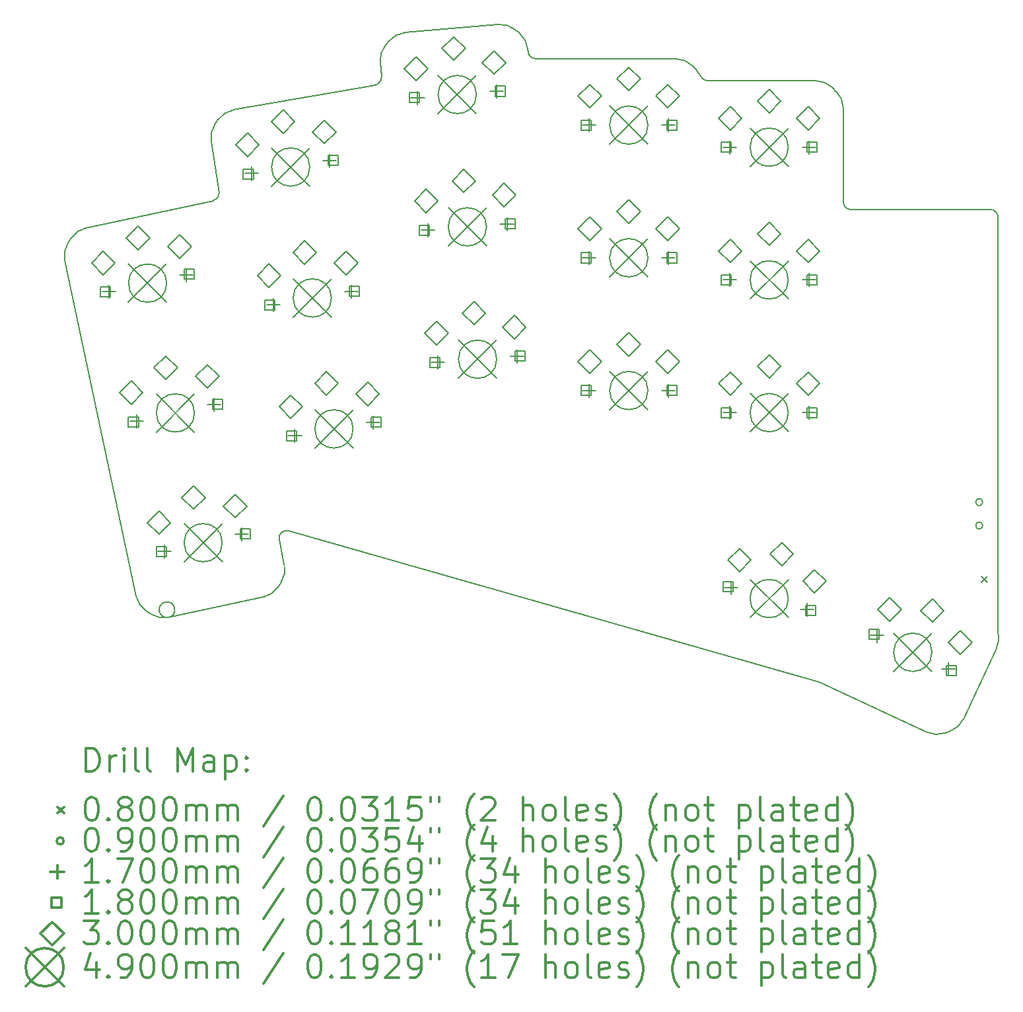
<source format=gbr>
%FSLAX45Y45*%
G04 Gerber Fmt 4.5, Leading zero omitted, Abs format (unit mm)*
G04 Created by KiCad (PCBNEW 5.1.10) date 2021-11-16 11:23:39*
%MOMM*%
%LPD*%
G01*
G04 APERTURE LIST*
%TA.AperFunction,Profile*%
%ADD10C,0.150000*%
%TD*%
%ADD11C,0.200000*%
%ADD12C,0.300000*%
G04 APERTURE END LIST*
D10*
X18980929Y-13069861D02*
X18921756Y-13031434D01*
X18921691Y-13031391D02*
G75*
G02*
X18791639Y-12842164I163392J251601D01*
G01*
X19206759Y-13111746D02*
G75*
G02*
X19206759Y-13111746I-20791J97815D01*
G01*
X19206759Y-13111746D02*
G75*
G02*
X18980994Y-13069903I-62374J293444D01*
G01*
X29842791Y-13328588D02*
G75*
G02*
X29819205Y-13507263I-295479J-51889D01*
G01*
X29819205Y-13507263D02*
X29396587Y-14413570D01*
X29396587Y-14413570D02*
G75*
G02*
X29227301Y-14568693I-271892J126786D01*
G01*
X29227228Y-14568719D02*
X29160927Y-14592851D01*
X29160854Y-14592877D02*
G75*
G02*
X28931463Y-14582862I-102606J281908D01*
G01*
X27572001Y-13948934D02*
X28931463Y-14582862D01*
X17876827Y-8538314D02*
G75*
G02*
X17876827Y-8538314I97815J20791D01*
G01*
X19855600Y-7672200D02*
G75*
G02*
X19776452Y-7773504I-99939J-3490D01*
G01*
X21935409Y-6185527D02*
G75*
G02*
X21853154Y-6292723I-99619J-8716D01*
G01*
X23914189Y-5955665D02*
G75*
G02*
X23814570Y-5864381I0J100000D01*
G01*
X26119908Y-6238998D02*
G75*
G02*
X26029002Y-6180665I0J100000D01*
G01*
X27956284Y-7888198D02*
G75*
G02*
X27856284Y-7788198I0J100000D01*
G01*
X29732418Y-7887453D02*
G75*
G02*
X29840377Y-7987136I7959J-99683D01*
G01*
X29842791Y-13328588D02*
G75*
G02*
X29841284Y-13311292I98493J17296D01*
G01*
X27555621Y-13942972D02*
G75*
G02*
X27572001Y-13948934I-25882J-96593D01*
G01*
X20623156Y-12116097D02*
G75*
G02*
X20741800Y-12004200I93371J19847D01*
G01*
X20420537Y-12852252D02*
X19206759Y-13111746D01*
X17876827Y-8538314D02*
G75*
G02*
X17918670Y-8312549I293444J62373D01*
G01*
X17918713Y-8312484D02*
X17957140Y-8253311D01*
X17957182Y-8253246D02*
G75*
G02*
X18146410Y-8123194I251601J-163392D01*
G01*
X18146410Y-8123194D02*
X19776452Y-7773504D01*
X19751495Y-7018702D02*
X19855600Y-7672200D01*
X19751495Y-7018702D02*
G75*
G02*
X19801192Y-6794534I295442J52095D01*
G01*
X19801236Y-6794471D02*
X19841705Y-6736675D01*
X19841750Y-6736611D02*
G75*
G02*
X20035401Y-6613242I245745J-172073D01*
G01*
X20035401Y-6613242D02*
X21853154Y-6292723D01*
X21935409Y-6185527D02*
X21919212Y-6000400D01*
X21919212Y-6000399D02*
G75*
G02*
X21988258Y-5781416I298858J26146D01*
G01*
X21988307Y-5781357D02*
X22033659Y-5727308D01*
X22033709Y-5727249D02*
G75*
G02*
X22237376Y-5621227I229813J-192836D01*
G01*
X22237376Y-5621227D02*
X23432810Y-5516640D01*
X23432809Y-5516640D02*
G75*
G02*
X23651793Y-5585685I26147J-298859D01*
G01*
X23651852Y-5585735D02*
X23705901Y-5631087D01*
X23705960Y-5631137D02*
G75*
G02*
X23811982Y-5834804I-192836J-229813D01*
G01*
X23811982Y-5834804D02*
X23814570Y-5864381D01*
X23914189Y-5955665D02*
X25706284Y-5955665D01*
X25706284Y-5955665D02*
G75*
G02*
X25918416Y-6043533I0J-300000D01*
G01*
X25918471Y-6043588D02*
X25968361Y-6093478D01*
X25968416Y-6093533D02*
G75*
G02*
X26029002Y-6180665I-212132J-212132D01*
G01*
X29841284Y-13311292D02*
X29840377Y-7987136D01*
X27956284Y-7888199D02*
X29732448Y-7887830D01*
X26119908Y-6238998D02*
X27506284Y-6238998D01*
X27506284Y-6238998D02*
G75*
G02*
X27718416Y-6326866I0J-300000D01*
G01*
X27718471Y-6326921D02*
X27768361Y-6376811D01*
X27768416Y-6376866D02*
G75*
G02*
X27856284Y-6588998I-212132J-212132D01*
G01*
X27856284Y-7788198D02*
X27856284Y-6588998D01*
X20741800Y-12004200D02*
X27555621Y-13942972D01*
X20609764Y-12722200D02*
G75*
G02*
X20420537Y-12852252I-251601J163392D01*
G01*
X20648234Y-12662962D02*
X20609806Y-12722135D01*
X20623156Y-12116097D02*
X20690119Y-12437131D01*
X20690119Y-12437131D02*
G75*
G02*
X20648276Y-12662897I-293444J-62374D01*
G01*
X17876827Y-8538314D02*
X18791639Y-12842164D01*
D11*
X29627200Y-12583800D02*
X29707200Y-12663800D01*
X29707200Y-12583800D02*
X29627200Y-12663800D01*
X29627200Y-12583800D02*
X29707200Y-12663800D01*
X29707200Y-12583800D02*
X29627200Y-12663800D01*
X29643600Y-11635600D02*
G75*
G03*
X29643600Y-11635600I-45000J0D01*
G01*
X29643600Y-11635600D02*
G75*
G03*
X29643600Y-11635600I-45000J0D01*
G01*
X29643600Y-11935600D02*
G75*
G03*
X29643600Y-11935600I-45000J0D01*
G01*
X29643600Y-11935600D02*
G75*
G03*
X29643600Y-11935600I-45000J0D01*
G01*
X18440405Y-8851979D02*
X18440405Y-9021979D01*
X18355405Y-8936979D02*
X18525405Y-8936979D01*
X18796764Y-10514207D02*
X18796764Y-10684207D01*
X18711764Y-10599207D02*
X18881764Y-10599207D01*
X19153113Y-12176445D02*
X19153113Y-12346445D01*
X19068113Y-12261445D02*
X19238113Y-12261445D01*
X19433833Y-8639007D02*
X19433833Y-8809007D01*
X19348833Y-8724007D02*
X19518833Y-8724007D01*
X19790192Y-10301235D02*
X19790192Y-10471235D01*
X19705192Y-10386235D02*
X19875192Y-10386235D01*
X20146541Y-11963472D02*
X20146541Y-12133472D01*
X20061541Y-12048472D02*
X20231541Y-12048472D01*
X20270256Y-7341111D02*
X20270256Y-7511111D01*
X20185256Y-7426111D02*
X20355256Y-7426111D01*
X20547905Y-9018283D02*
X20547905Y-9188283D01*
X20462905Y-9103283D02*
X20632905Y-9103283D01*
X20825564Y-10695455D02*
X20825564Y-10865455D01*
X20740564Y-10780455D02*
X20910564Y-10780455D01*
X21272613Y-7175172D02*
X21272613Y-7345172D01*
X21187613Y-7260172D02*
X21357613Y-7260172D01*
X21550262Y-8852344D02*
X21550262Y-9022344D01*
X21465262Y-8937344D02*
X21635262Y-8937344D01*
X21827922Y-10529515D02*
X21827922Y-10699515D01*
X21742922Y-10614515D02*
X21912922Y-10614515D01*
X22400418Y-6368212D02*
X22400418Y-6538212D01*
X22315418Y-6453212D02*
X22485418Y-6453212D01*
X22530840Y-8063202D02*
X22530840Y-8233202D01*
X22445840Y-8148202D02*
X22615840Y-8148202D01*
X22661263Y-9758191D02*
X22661263Y-9928191D01*
X22576263Y-9843191D02*
X22746263Y-9843191D01*
X23413424Y-6290266D02*
X23413424Y-6460266D01*
X23328424Y-6375266D02*
X23498424Y-6375266D01*
X23543846Y-7985255D02*
X23543846Y-8155255D01*
X23458846Y-8070255D02*
X23628846Y-8070255D01*
X23674268Y-9680245D02*
X23674268Y-9850245D01*
X23589268Y-9765245D02*
X23759268Y-9765245D01*
X24598283Y-6720660D02*
X24598283Y-6890660D01*
X24513283Y-6805660D02*
X24683283Y-6805660D01*
X24598283Y-10120668D02*
X24598283Y-10290668D01*
X24513283Y-10205668D02*
X24683283Y-10205668D01*
X24598288Y-8420669D02*
X24598288Y-8590669D01*
X24513288Y-8505669D02*
X24683288Y-8505669D01*
X25614283Y-6720660D02*
X25614283Y-6890660D01*
X25529283Y-6805660D02*
X25699283Y-6805660D01*
X25614283Y-10120668D02*
X25614283Y-10290668D01*
X25529283Y-10205668D02*
X25699283Y-10205668D01*
X25614288Y-8420669D02*
X25614288Y-8590669D01*
X25529288Y-8505669D02*
X25699288Y-8505669D01*
X26398282Y-8703997D02*
X26398282Y-8873997D01*
X26313282Y-8788997D02*
X26483282Y-8788997D01*
X26398286Y-10403996D02*
X26398286Y-10573996D01*
X26313286Y-10488996D02*
X26483286Y-10488996D01*
X26398287Y-7003998D02*
X26398287Y-7173998D01*
X26313287Y-7088998D02*
X26483287Y-7088998D01*
X26417049Y-12647188D02*
X26417049Y-12817188D01*
X26332049Y-12732188D02*
X26502049Y-12732188D01*
X27394662Y-12923825D02*
X27394662Y-13093825D01*
X27309662Y-13008825D02*
X27479662Y-13008825D01*
X27414282Y-8703997D02*
X27414282Y-8873997D01*
X27329282Y-8788997D02*
X27499282Y-8788997D01*
X27414286Y-10403996D02*
X27414286Y-10573996D01*
X27329286Y-10488996D02*
X27499286Y-10488996D01*
X27414287Y-7003998D02*
X27414287Y-7173998D01*
X27329287Y-7088998D02*
X27499287Y-7088998D01*
X28286488Y-13259238D02*
X28286488Y-13429238D01*
X28201488Y-13344238D02*
X28371488Y-13344238D01*
X29207297Y-13688618D02*
X29207297Y-13858618D01*
X29122297Y-13773618D02*
X29292297Y-13773618D01*
X18462978Y-9009423D02*
X18462978Y-8882143D01*
X18335698Y-8882143D01*
X18335698Y-9009423D01*
X18462978Y-9009423D01*
X18819337Y-10671651D02*
X18819337Y-10544371D01*
X18692057Y-10544371D01*
X18692057Y-10671651D01*
X18819337Y-10671651D01*
X19175686Y-12333889D02*
X19175686Y-12206609D01*
X19048406Y-12206609D01*
X19048406Y-12333889D01*
X19175686Y-12333889D01*
X19538540Y-8778843D02*
X19538540Y-8651563D01*
X19411259Y-8651563D01*
X19411259Y-8778843D01*
X19538540Y-8778843D01*
X19894899Y-10441071D02*
X19894899Y-10313791D01*
X19767619Y-10313791D01*
X19767619Y-10441071D01*
X19894899Y-10441071D01*
X20251248Y-12103309D02*
X20251248Y-11976028D01*
X20123967Y-11976028D01*
X20123967Y-12103309D01*
X20251248Y-12103309D01*
X20292460Y-7496611D02*
X20292460Y-7369331D01*
X20165180Y-7369331D01*
X20165180Y-7496611D01*
X20292460Y-7496611D01*
X20570109Y-9173783D02*
X20570109Y-9046503D01*
X20442829Y-9046503D01*
X20442829Y-9173783D01*
X20570109Y-9173783D01*
X20847769Y-10850955D02*
X20847769Y-10723674D01*
X20720488Y-10723674D01*
X20720488Y-10850955D01*
X20847769Y-10850955D01*
X21377689Y-7316952D02*
X21377689Y-7189672D01*
X21250409Y-7189672D01*
X21250409Y-7316952D01*
X21377689Y-7316952D01*
X21655339Y-8994125D02*
X21655339Y-8866844D01*
X21528058Y-8866844D01*
X21528058Y-8994125D01*
X21655339Y-8994125D01*
X21932998Y-10671296D02*
X21932998Y-10544016D01*
X21805718Y-10544016D01*
X21805718Y-10671296D01*
X21932998Y-10671296D01*
X22422182Y-6520075D02*
X22422182Y-6392794D01*
X22294902Y-6392794D01*
X22294902Y-6520075D01*
X22422182Y-6520075D01*
X22552604Y-8215064D02*
X22552604Y-8087784D01*
X22425324Y-8087784D01*
X22425324Y-8215064D01*
X22552604Y-8215064D01*
X22683027Y-9910054D02*
X22683027Y-9782773D01*
X22555746Y-9782773D01*
X22555746Y-9910054D01*
X22683027Y-9910054D01*
X23518940Y-6435684D02*
X23518940Y-6308403D01*
X23391660Y-6308403D01*
X23391660Y-6435684D01*
X23518940Y-6435684D01*
X23649362Y-8130673D02*
X23649362Y-8003393D01*
X23522082Y-8003393D01*
X23522082Y-8130673D01*
X23649362Y-8130673D01*
X23779785Y-9825663D02*
X23779785Y-9698382D01*
X23652504Y-9698382D01*
X23652504Y-9825663D01*
X23779785Y-9825663D01*
X24619923Y-6869300D02*
X24619923Y-6742020D01*
X24492643Y-6742020D01*
X24492643Y-6869300D01*
X24619923Y-6869300D01*
X24619923Y-10269309D02*
X24619923Y-10142028D01*
X24492643Y-10142028D01*
X24492643Y-10269309D01*
X24619923Y-10269309D01*
X24619929Y-8569309D02*
X24619929Y-8442029D01*
X24492648Y-8442029D01*
X24492648Y-8569309D01*
X24619929Y-8569309D01*
X25719923Y-6869300D02*
X25719923Y-6742020D01*
X25592643Y-6742020D01*
X25592643Y-6869300D01*
X25719923Y-6869300D01*
X25719923Y-10269309D02*
X25719923Y-10142028D01*
X25592643Y-10142028D01*
X25592643Y-10269309D01*
X25719923Y-10269309D01*
X25719929Y-8569309D02*
X25719929Y-8442029D01*
X25592648Y-8442029D01*
X25592648Y-8569309D01*
X25719929Y-8569309D01*
X26419922Y-8852637D02*
X26419922Y-8725357D01*
X26292642Y-8725357D01*
X26292642Y-8852637D01*
X26419922Y-8852637D01*
X26419927Y-10552636D02*
X26419927Y-10425356D01*
X26292646Y-10425356D01*
X26292646Y-10552636D01*
X26419927Y-10552636D01*
X26419927Y-7152638D02*
X26419927Y-7025358D01*
X26292647Y-7025358D01*
X26292647Y-7152638D01*
X26419927Y-7152638D01*
X26440276Y-12784392D02*
X26440276Y-12657112D01*
X26312995Y-12657112D01*
X26312995Y-12784392D01*
X26440276Y-12784392D01*
X27498715Y-13083900D02*
X27498715Y-12956620D01*
X27371435Y-12956620D01*
X27371435Y-13083900D01*
X27498715Y-13083900D01*
X27519922Y-8852637D02*
X27519922Y-8725357D01*
X27392642Y-8725357D01*
X27392642Y-8852637D01*
X27519922Y-8852637D01*
X27519927Y-10552636D02*
X27519927Y-10425356D01*
X27392646Y-10425356D01*
X27392646Y-10552636D01*
X27519927Y-10552636D01*
X27519927Y-7152638D02*
X27519927Y-7025358D01*
X27392647Y-7025358D01*
X27392647Y-7152638D01*
X27519927Y-7152638D01*
X28312064Y-13390129D02*
X28312064Y-13262848D01*
X28184783Y-13262848D01*
X28184783Y-13390129D01*
X28312064Y-13390129D01*
X29309002Y-13855009D02*
X29309002Y-13727728D01*
X29181722Y-13727728D01*
X29181722Y-13855009D01*
X29309002Y-13855009D01*
X18370417Y-8722349D02*
X18520417Y-8572349D01*
X18370417Y-8422349D01*
X18220417Y-8572349D01*
X18370417Y-8722349D01*
X18726776Y-10384577D02*
X18876776Y-10234577D01*
X18726776Y-10084577D01*
X18576776Y-10234577D01*
X18726776Y-10384577D01*
X18813192Y-8402428D02*
X18963192Y-8252427D01*
X18813192Y-8102427D01*
X18663192Y-8252427D01*
X18813192Y-8402428D01*
X19083125Y-12046815D02*
X19233125Y-11896815D01*
X19083125Y-11746815D01*
X18933125Y-11896815D01*
X19083125Y-12046815D01*
X19169552Y-10064656D02*
X19319552Y-9914656D01*
X19169552Y-9764656D01*
X19019552Y-9914656D01*
X19169552Y-10064656D01*
X19348200Y-8512731D02*
X19498200Y-8362730D01*
X19348200Y-8212730D01*
X19198200Y-8362730D01*
X19348200Y-8512731D01*
X19525900Y-11726893D02*
X19675900Y-11576893D01*
X19525900Y-11426893D01*
X19375900Y-11576893D01*
X19525900Y-11726893D01*
X19704559Y-10174959D02*
X19854559Y-10024959D01*
X19704559Y-9874959D01*
X19554559Y-10024959D01*
X19704559Y-10174959D01*
X20060908Y-11837196D02*
X20210908Y-11687196D01*
X20060908Y-11537196D01*
X19910908Y-11687196D01*
X20060908Y-11837196D01*
X20217522Y-7208589D02*
X20367522Y-7058589D01*
X20217522Y-6908589D01*
X20067522Y-7058589D01*
X20217522Y-7208589D01*
X20495171Y-8885761D02*
X20645171Y-8735761D01*
X20495171Y-8585761D01*
X20345171Y-8735761D01*
X20495171Y-8885761D01*
X20674876Y-6909880D02*
X20824876Y-6759880D01*
X20674876Y-6609880D01*
X20524876Y-6759880D01*
X20674876Y-6909880D01*
X20772830Y-10562932D02*
X20922830Y-10412932D01*
X20772830Y-10262932D01*
X20622830Y-10412932D01*
X20772830Y-10562932D01*
X20952525Y-8587052D02*
X21102525Y-8437052D01*
X20952525Y-8287052D01*
X20802525Y-8437052D01*
X20952525Y-8587052D01*
X21204094Y-7045263D02*
X21354094Y-6895263D01*
X21204094Y-6745263D01*
X21054094Y-6895263D01*
X21204094Y-7045263D01*
X21230185Y-10264224D02*
X21380185Y-10114224D01*
X21230185Y-9964224D01*
X21080185Y-10114224D01*
X21230185Y-10264224D01*
X21481743Y-8722435D02*
X21631743Y-8572435D01*
X21481743Y-8422435D01*
X21331743Y-8572435D01*
X21481743Y-8722435D01*
X21759403Y-10399606D02*
X21909403Y-10249606D01*
X21759403Y-10099606D01*
X21609403Y-10249606D01*
X21759403Y-10399606D01*
X22379917Y-6232492D02*
X22529917Y-6082492D01*
X22379917Y-5932492D01*
X22229917Y-6082492D01*
X22379917Y-6232492D01*
X22510339Y-7927482D02*
X22660339Y-7777482D01*
X22510339Y-7627482D01*
X22360339Y-7777482D01*
X22510339Y-7927482D01*
X22640761Y-9622472D02*
X22790761Y-9472472D01*
X22640761Y-9322472D01*
X22490761Y-9472472D01*
X22640761Y-9622472D01*
X22861565Y-5974781D02*
X23011565Y-5824781D01*
X22861565Y-5674781D01*
X22711565Y-5824781D01*
X22861565Y-5974781D01*
X22991987Y-7669771D02*
X23141987Y-7519771D01*
X22991987Y-7369771D01*
X22841987Y-7519771D01*
X22991987Y-7669771D01*
X23122409Y-9364761D02*
X23272409Y-9214761D01*
X23122409Y-9064761D01*
X22972409Y-9214761D01*
X23122409Y-9364761D01*
X23376969Y-6155773D02*
X23526969Y-6005773D01*
X23376969Y-5855773D01*
X23226969Y-6005773D01*
X23376969Y-6155773D01*
X23507392Y-7850763D02*
X23657392Y-7700763D01*
X23507392Y-7550763D01*
X23357392Y-7700763D01*
X23507392Y-7850763D01*
X23637814Y-9545753D02*
X23787814Y-9395753D01*
X23637814Y-9245753D01*
X23487814Y-9395753D01*
X23637814Y-9545753D01*
X24606283Y-6584460D02*
X24756283Y-6434460D01*
X24606283Y-6284460D01*
X24456283Y-6434460D01*
X24606283Y-6584460D01*
X24606283Y-9984468D02*
X24756283Y-9834468D01*
X24606283Y-9684468D01*
X24456283Y-9834468D01*
X24606283Y-9984468D01*
X24606288Y-8284469D02*
X24756288Y-8134469D01*
X24606288Y-7984469D01*
X24456288Y-8134469D01*
X24606288Y-8284469D01*
X25106283Y-6364460D02*
X25256283Y-6214460D01*
X25106283Y-6064460D01*
X24956283Y-6214460D01*
X25106283Y-6364460D01*
X25106283Y-9764468D02*
X25256283Y-9614468D01*
X25106283Y-9464468D01*
X24956283Y-9614468D01*
X25106283Y-9764468D01*
X25106288Y-8064469D02*
X25256288Y-7914469D01*
X25106288Y-7764469D01*
X24956288Y-7914469D01*
X25106288Y-8064469D01*
X25606283Y-6584460D02*
X25756283Y-6434460D01*
X25606283Y-6284460D01*
X25456283Y-6434460D01*
X25606283Y-6584460D01*
X25606283Y-9984468D02*
X25756283Y-9834468D01*
X25606283Y-9684468D01*
X25456283Y-9834468D01*
X25606283Y-9984468D01*
X25606288Y-8284469D02*
X25756288Y-8134469D01*
X25606288Y-7984469D01*
X25456288Y-8134469D01*
X25606288Y-8284469D01*
X26406282Y-8567797D02*
X26556282Y-8417797D01*
X26406282Y-8267797D01*
X26256282Y-8417797D01*
X26406282Y-8567797D01*
X26406286Y-10267796D02*
X26556286Y-10117796D01*
X26406286Y-9967796D01*
X26256286Y-10117796D01*
X26406286Y-10267796D01*
X26406287Y-6867798D02*
X26556287Y-6717798D01*
X26406287Y-6567798D01*
X26256287Y-6717798D01*
X26406287Y-6867798D01*
X26525817Y-12527191D02*
X26675817Y-12377191D01*
X26525817Y-12227191D01*
X26375817Y-12377191D01*
X26525817Y-12527191D01*
X26906282Y-8347797D02*
X27056282Y-8197797D01*
X26906282Y-8047797D01*
X26756282Y-8197797D01*
X26906282Y-8347797D01*
X26906286Y-10047796D02*
X27056286Y-9897796D01*
X26906286Y-9747796D01*
X26756286Y-9897796D01*
X26906286Y-10047796D01*
X26906287Y-6647798D02*
X27056287Y-6497798D01*
X26906287Y-6347798D01*
X26756287Y-6497798D01*
X26906287Y-6647798D01*
X27066827Y-12451643D02*
X27216827Y-12301643D01*
X27066827Y-12151643D01*
X26916827Y-12301643D01*
X27066827Y-12451643D01*
X27406282Y-8567797D02*
X27556282Y-8417797D01*
X27406282Y-8267797D01*
X27256282Y-8417797D01*
X27406282Y-8567797D01*
X27406286Y-10267796D02*
X27556286Y-10117796D01*
X27406286Y-9967796D01*
X27256286Y-10117796D01*
X27406286Y-10267796D01*
X27406287Y-6867798D02*
X27556287Y-6717798D01*
X27406287Y-6567798D01*
X27256287Y-6717798D01*
X27406287Y-6867798D01*
X27488035Y-12799471D02*
X27638035Y-12649471D01*
X27488035Y-12499471D01*
X27338035Y-12649471D01*
X27488035Y-12799471D01*
X28450615Y-13161198D02*
X28600615Y-13011198D01*
X28450615Y-12861198D01*
X28300615Y-13011198D01*
X28450615Y-13161198D01*
X28996745Y-13173119D02*
X29146745Y-13023119D01*
X28996745Y-12873119D01*
X28846745Y-13023119D01*
X28996745Y-13173119D01*
X29356923Y-13583816D02*
X29506923Y-13433816D01*
X29356923Y-13283816D01*
X29206923Y-13433816D01*
X29356923Y-13583816D01*
X18692119Y-8585493D02*
X19182119Y-9075493D01*
X19182119Y-8585493D02*
X18692119Y-9075493D01*
X19182119Y-8830493D02*
G75*
G03*
X19182119Y-8830493I-245000J0D01*
G01*
X19048478Y-10247721D02*
X19538478Y-10737721D01*
X19538478Y-10247721D02*
X19048478Y-10737721D01*
X19538478Y-10492721D02*
G75*
G03*
X19538478Y-10492721I-245000J0D01*
G01*
X19404827Y-11909959D02*
X19894827Y-12399959D01*
X19894827Y-11909959D02*
X19404827Y-12399959D01*
X19894827Y-12154959D02*
G75*
G03*
X19894827Y-12154959I-245000J0D01*
G01*
X20526434Y-7098142D02*
X21016434Y-7588142D01*
X21016434Y-7098142D02*
X20526434Y-7588142D01*
X21016434Y-7343142D02*
G75*
G03*
X21016434Y-7343142I-245000J0D01*
G01*
X20804084Y-8775314D02*
X21294084Y-9265314D01*
X21294084Y-8775314D02*
X20804084Y-9265314D01*
X21294084Y-9020314D02*
G75*
G03*
X21294084Y-9020314I-245000J0D01*
G01*
X21081743Y-10452485D02*
X21571743Y-10942485D01*
X21571743Y-10452485D02*
X21081743Y-10942485D01*
X21571743Y-10697485D02*
G75*
G03*
X21571743Y-10697485I-245000J0D01*
G01*
X22661921Y-6169239D02*
X23151921Y-6659239D01*
X23151921Y-6169239D02*
X22661921Y-6659239D01*
X23151921Y-6414239D02*
G75*
G03*
X23151921Y-6414239I-245000J0D01*
G01*
X22792343Y-7864228D02*
X23282343Y-8354228D01*
X23282343Y-7864228D02*
X22792343Y-8354228D01*
X23282343Y-8109228D02*
G75*
G03*
X23282343Y-8109228I-245000J0D01*
G01*
X22922766Y-9559218D02*
X23412766Y-10049218D01*
X23412766Y-9559218D02*
X22922766Y-10049218D01*
X23412766Y-9804218D02*
G75*
G03*
X23412766Y-9804218I-245000J0D01*
G01*
X24861283Y-6560660D02*
X25351283Y-7050660D01*
X25351283Y-6560660D02*
X24861283Y-7050660D01*
X25351283Y-6805660D02*
G75*
G03*
X25351283Y-6805660I-245000J0D01*
G01*
X24861283Y-9960668D02*
X25351283Y-10450668D01*
X25351283Y-9960668D02*
X24861283Y-10450668D01*
X25351283Y-10205668D02*
G75*
G03*
X25351283Y-10205668I-245000J0D01*
G01*
X24861288Y-8260669D02*
X25351288Y-8750669D01*
X25351288Y-8260669D02*
X24861288Y-8750669D01*
X25351288Y-8505669D02*
G75*
G03*
X25351288Y-8505669I-245000J0D01*
G01*
X26660855Y-12625506D02*
X27150855Y-13115506D01*
X27150855Y-12625506D02*
X26660855Y-13115506D01*
X27150855Y-12870506D02*
G75*
G03*
X27150855Y-12870506I-245000J0D01*
G01*
X26661282Y-8543997D02*
X27151282Y-9033997D01*
X27151282Y-8543997D02*
X26661282Y-9033997D01*
X27151282Y-8788997D02*
G75*
G03*
X27151282Y-8788997I-245000J0D01*
G01*
X26661286Y-10243996D02*
X27151286Y-10733996D01*
X27151286Y-10243996D02*
X26661286Y-10733996D01*
X27151286Y-10488996D02*
G75*
G03*
X27151286Y-10488996I-245000J0D01*
G01*
X26661287Y-6843998D02*
X27151287Y-7333998D01*
X27151287Y-6843998D02*
X26661287Y-7333998D01*
X27151287Y-7088998D02*
G75*
G03*
X27151287Y-7088998I-245000J0D01*
G01*
X28501893Y-13313928D02*
X28991893Y-13803928D01*
X28991893Y-13313928D02*
X28501893Y-13803928D01*
X28991893Y-13558928D02*
G75*
G03*
X28991893Y-13558928I-245000J0D01*
G01*
D12*
X18149200Y-15084184D02*
X18149200Y-14784184D01*
X18220628Y-14784184D01*
X18263486Y-14798470D01*
X18292057Y-14827041D01*
X18306343Y-14855612D01*
X18320628Y-14912755D01*
X18320628Y-14955612D01*
X18306343Y-15012755D01*
X18292057Y-15041327D01*
X18263486Y-15069898D01*
X18220628Y-15084184D01*
X18149200Y-15084184D01*
X18449200Y-15084184D02*
X18449200Y-14884184D01*
X18449200Y-14941327D02*
X18463486Y-14912755D01*
X18477771Y-14898470D01*
X18506343Y-14884184D01*
X18534914Y-14884184D01*
X18634914Y-15084184D02*
X18634914Y-14884184D01*
X18634914Y-14784184D02*
X18620628Y-14798470D01*
X18634914Y-14812755D01*
X18649200Y-14798470D01*
X18634914Y-14784184D01*
X18634914Y-14812755D01*
X18820628Y-15084184D02*
X18792057Y-15069898D01*
X18777771Y-15041327D01*
X18777771Y-14784184D01*
X18977771Y-15084184D02*
X18949200Y-15069898D01*
X18934914Y-15041327D01*
X18934914Y-14784184D01*
X19320628Y-15084184D02*
X19320628Y-14784184D01*
X19420628Y-14998470D01*
X19520628Y-14784184D01*
X19520628Y-15084184D01*
X19792057Y-15084184D02*
X19792057Y-14927041D01*
X19777771Y-14898470D01*
X19749200Y-14884184D01*
X19692057Y-14884184D01*
X19663486Y-14898470D01*
X19792057Y-15069898D02*
X19763486Y-15084184D01*
X19692057Y-15084184D01*
X19663486Y-15069898D01*
X19649200Y-15041327D01*
X19649200Y-15012755D01*
X19663486Y-14984184D01*
X19692057Y-14969898D01*
X19763486Y-14969898D01*
X19792057Y-14955612D01*
X19934914Y-14884184D02*
X19934914Y-15184184D01*
X19934914Y-14898470D02*
X19963486Y-14884184D01*
X20020628Y-14884184D01*
X20049200Y-14898470D01*
X20063486Y-14912755D01*
X20077771Y-14941327D01*
X20077771Y-15027041D01*
X20063486Y-15055612D01*
X20049200Y-15069898D01*
X20020628Y-15084184D01*
X19963486Y-15084184D01*
X19934914Y-15069898D01*
X20206343Y-15055612D02*
X20220628Y-15069898D01*
X20206343Y-15084184D01*
X20192057Y-15069898D01*
X20206343Y-15055612D01*
X20206343Y-15084184D01*
X20206343Y-14898470D02*
X20220628Y-14912755D01*
X20206343Y-14927041D01*
X20192057Y-14912755D01*
X20206343Y-14898470D01*
X20206343Y-14927041D01*
X17782771Y-15538470D02*
X17862771Y-15618470D01*
X17862771Y-15538470D02*
X17782771Y-15618470D01*
X18206343Y-15414184D02*
X18234914Y-15414184D01*
X18263486Y-15428470D01*
X18277771Y-15442755D01*
X18292057Y-15471327D01*
X18306343Y-15528470D01*
X18306343Y-15599898D01*
X18292057Y-15657041D01*
X18277771Y-15685612D01*
X18263486Y-15699898D01*
X18234914Y-15714184D01*
X18206343Y-15714184D01*
X18177771Y-15699898D01*
X18163486Y-15685612D01*
X18149200Y-15657041D01*
X18134914Y-15599898D01*
X18134914Y-15528470D01*
X18149200Y-15471327D01*
X18163486Y-15442755D01*
X18177771Y-15428470D01*
X18206343Y-15414184D01*
X18434914Y-15685612D02*
X18449200Y-15699898D01*
X18434914Y-15714184D01*
X18420628Y-15699898D01*
X18434914Y-15685612D01*
X18434914Y-15714184D01*
X18620628Y-15542755D02*
X18592057Y-15528470D01*
X18577771Y-15514184D01*
X18563486Y-15485612D01*
X18563486Y-15471327D01*
X18577771Y-15442755D01*
X18592057Y-15428470D01*
X18620628Y-15414184D01*
X18677771Y-15414184D01*
X18706343Y-15428470D01*
X18720628Y-15442755D01*
X18734914Y-15471327D01*
X18734914Y-15485612D01*
X18720628Y-15514184D01*
X18706343Y-15528470D01*
X18677771Y-15542755D01*
X18620628Y-15542755D01*
X18592057Y-15557041D01*
X18577771Y-15571327D01*
X18563486Y-15599898D01*
X18563486Y-15657041D01*
X18577771Y-15685612D01*
X18592057Y-15699898D01*
X18620628Y-15714184D01*
X18677771Y-15714184D01*
X18706343Y-15699898D01*
X18720628Y-15685612D01*
X18734914Y-15657041D01*
X18734914Y-15599898D01*
X18720628Y-15571327D01*
X18706343Y-15557041D01*
X18677771Y-15542755D01*
X18920628Y-15414184D02*
X18949200Y-15414184D01*
X18977771Y-15428470D01*
X18992057Y-15442755D01*
X19006343Y-15471327D01*
X19020628Y-15528470D01*
X19020628Y-15599898D01*
X19006343Y-15657041D01*
X18992057Y-15685612D01*
X18977771Y-15699898D01*
X18949200Y-15714184D01*
X18920628Y-15714184D01*
X18892057Y-15699898D01*
X18877771Y-15685612D01*
X18863486Y-15657041D01*
X18849200Y-15599898D01*
X18849200Y-15528470D01*
X18863486Y-15471327D01*
X18877771Y-15442755D01*
X18892057Y-15428470D01*
X18920628Y-15414184D01*
X19206343Y-15414184D02*
X19234914Y-15414184D01*
X19263486Y-15428470D01*
X19277771Y-15442755D01*
X19292057Y-15471327D01*
X19306343Y-15528470D01*
X19306343Y-15599898D01*
X19292057Y-15657041D01*
X19277771Y-15685612D01*
X19263486Y-15699898D01*
X19234914Y-15714184D01*
X19206343Y-15714184D01*
X19177771Y-15699898D01*
X19163486Y-15685612D01*
X19149200Y-15657041D01*
X19134914Y-15599898D01*
X19134914Y-15528470D01*
X19149200Y-15471327D01*
X19163486Y-15442755D01*
X19177771Y-15428470D01*
X19206343Y-15414184D01*
X19434914Y-15714184D02*
X19434914Y-15514184D01*
X19434914Y-15542755D02*
X19449200Y-15528470D01*
X19477771Y-15514184D01*
X19520628Y-15514184D01*
X19549200Y-15528470D01*
X19563486Y-15557041D01*
X19563486Y-15714184D01*
X19563486Y-15557041D02*
X19577771Y-15528470D01*
X19606343Y-15514184D01*
X19649200Y-15514184D01*
X19677771Y-15528470D01*
X19692057Y-15557041D01*
X19692057Y-15714184D01*
X19834914Y-15714184D02*
X19834914Y-15514184D01*
X19834914Y-15542755D02*
X19849200Y-15528470D01*
X19877771Y-15514184D01*
X19920628Y-15514184D01*
X19949200Y-15528470D01*
X19963486Y-15557041D01*
X19963486Y-15714184D01*
X19963486Y-15557041D02*
X19977771Y-15528470D01*
X20006343Y-15514184D01*
X20049200Y-15514184D01*
X20077771Y-15528470D01*
X20092057Y-15557041D01*
X20092057Y-15714184D01*
X20677771Y-15399898D02*
X20420628Y-15785612D01*
X21063486Y-15414184D02*
X21092057Y-15414184D01*
X21120628Y-15428470D01*
X21134914Y-15442755D01*
X21149200Y-15471327D01*
X21163486Y-15528470D01*
X21163486Y-15599898D01*
X21149200Y-15657041D01*
X21134914Y-15685612D01*
X21120628Y-15699898D01*
X21092057Y-15714184D01*
X21063486Y-15714184D01*
X21034914Y-15699898D01*
X21020628Y-15685612D01*
X21006343Y-15657041D01*
X20992057Y-15599898D01*
X20992057Y-15528470D01*
X21006343Y-15471327D01*
X21020628Y-15442755D01*
X21034914Y-15428470D01*
X21063486Y-15414184D01*
X21292057Y-15685612D02*
X21306343Y-15699898D01*
X21292057Y-15714184D01*
X21277771Y-15699898D01*
X21292057Y-15685612D01*
X21292057Y-15714184D01*
X21492057Y-15414184D02*
X21520628Y-15414184D01*
X21549200Y-15428470D01*
X21563486Y-15442755D01*
X21577771Y-15471327D01*
X21592057Y-15528470D01*
X21592057Y-15599898D01*
X21577771Y-15657041D01*
X21563486Y-15685612D01*
X21549200Y-15699898D01*
X21520628Y-15714184D01*
X21492057Y-15714184D01*
X21463486Y-15699898D01*
X21449200Y-15685612D01*
X21434914Y-15657041D01*
X21420628Y-15599898D01*
X21420628Y-15528470D01*
X21434914Y-15471327D01*
X21449200Y-15442755D01*
X21463486Y-15428470D01*
X21492057Y-15414184D01*
X21692057Y-15414184D02*
X21877771Y-15414184D01*
X21777771Y-15528470D01*
X21820628Y-15528470D01*
X21849200Y-15542755D01*
X21863486Y-15557041D01*
X21877771Y-15585612D01*
X21877771Y-15657041D01*
X21863486Y-15685612D01*
X21849200Y-15699898D01*
X21820628Y-15714184D01*
X21734914Y-15714184D01*
X21706343Y-15699898D01*
X21692057Y-15685612D01*
X22163486Y-15714184D02*
X21992057Y-15714184D01*
X22077771Y-15714184D02*
X22077771Y-15414184D01*
X22049200Y-15457041D01*
X22020628Y-15485612D01*
X21992057Y-15499898D01*
X22434914Y-15414184D02*
X22292057Y-15414184D01*
X22277771Y-15557041D01*
X22292057Y-15542755D01*
X22320628Y-15528470D01*
X22392057Y-15528470D01*
X22420628Y-15542755D01*
X22434914Y-15557041D01*
X22449200Y-15585612D01*
X22449200Y-15657041D01*
X22434914Y-15685612D01*
X22420628Y-15699898D01*
X22392057Y-15714184D01*
X22320628Y-15714184D01*
X22292057Y-15699898D01*
X22277771Y-15685612D01*
X22563485Y-15414184D02*
X22563485Y-15471327D01*
X22677771Y-15414184D02*
X22677771Y-15471327D01*
X23120628Y-15828470D02*
X23106343Y-15814184D01*
X23077771Y-15771327D01*
X23063485Y-15742755D01*
X23049200Y-15699898D01*
X23034914Y-15628470D01*
X23034914Y-15571327D01*
X23049200Y-15499898D01*
X23063485Y-15457041D01*
X23077771Y-15428470D01*
X23106343Y-15385612D01*
X23120628Y-15371327D01*
X23220628Y-15442755D02*
X23234914Y-15428470D01*
X23263485Y-15414184D01*
X23334914Y-15414184D01*
X23363485Y-15428470D01*
X23377771Y-15442755D01*
X23392057Y-15471327D01*
X23392057Y-15499898D01*
X23377771Y-15542755D01*
X23206343Y-15714184D01*
X23392057Y-15714184D01*
X23749200Y-15714184D02*
X23749200Y-15414184D01*
X23877771Y-15714184D02*
X23877771Y-15557041D01*
X23863485Y-15528470D01*
X23834914Y-15514184D01*
X23792057Y-15514184D01*
X23763485Y-15528470D01*
X23749200Y-15542755D01*
X24063485Y-15714184D02*
X24034914Y-15699898D01*
X24020628Y-15685612D01*
X24006343Y-15657041D01*
X24006343Y-15571327D01*
X24020628Y-15542755D01*
X24034914Y-15528470D01*
X24063485Y-15514184D01*
X24106343Y-15514184D01*
X24134914Y-15528470D01*
X24149200Y-15542755D01*
X24163485Y-15571327D01*
X24163485Y-15657041D01*
X24149200Y-15685612D01*
X24134914Y-15699898D01*
X24106343Y-15714184D01*
X24063485Y-15714184D01*
X24334914Y-15714184D02*
X24306343Y-15699898D01*
X24292057Y-15671327D01*
X24292057Y-15414184D01*
X24563485Y-15699898D02*
X24534914Y-15714184D01*
X24477771Y-15714184D01*
X24449200Y-15699898D01*
X24434914Y-15671327D01*
X24434914Y-15557041D01*
X24449200Y-15528470D01*
X24477771Y-15514184D01*
X24534914Y-15514184D01*
X24563485Y-15528470D01*
X24577771Y-15557041D01*
X24577771Y-15585612D01*
X24434914Y-15614184D01*
X24692057Y-15699898D02*
X24720628Y-15714184D01*
X24777771Y-15714184D01*
X24806343Y-15699898D01*
X24820628Y-15671327D01*
X24820628Y-15657041D01*
X24806343Y-15628470D01*
X24777771Y-15614184D01*
X24734914Y-15614184D01*
X24706343Y-15599898D01*
X24692057Y-15571327D01*
X24692057Y-15557041D01*
X24706343Y-15528470D01*
X24734914Y-15514184D01*
X24777771Y-15514184D01*
X24806343Y-15528470D01*
X24920628Y-15828470D02*
X24934914Y-15814184D01*
X24963485Y-15771327D01*
X24977771Y-15742755D01*
X24992057Y-15699898D01*
X25006343Y-15628470D01*
X25006343Y-15571327D01*
X24992057Y-15499898D01*
X24977771Y-15457041D01*
X24963485Y-15428470D01*
X24934914Y-15385612D01*
X24920628Y-15371327D01*
X25463485Y-15828470D02*
X25449200Y-15814184D01*
X25420628Y-15771327D01*
X25406343Y-15742755D01*
X25392057Y-15699898D01*
X25377771Y-15628470D01*
X25377771Y-15571327D01*
X25392057Y-15499898D01*
X25406343Y-15457041D01*
X25420628Y-15428470D01*
X25449200Y-15385612D01*
X25463485Y-15371327D01*
X25577771Y-15514184D02*
X25577771Y-15714184D01*
X25577771Y-15542755D02*
X25592057Y-15528470D01*
X25620628Y-15514184D01*
X25663485Y-15514184D01*
X25692057Y-15528470D01*
X25706343Y-15557041D01*
X25706343Y-15714184D01*
X25892057Y-15714184D02*
X25863485Y-15699898D01*
X25849200Y-15685612D01*
X25834914Y-15657041D01*
X25834914Y-15571327D01*
X25849200Y-15542755D01*
X25863485Y-15528470D01*
X25892057Y-15514184D01*
X25934914Y-15514184D01*
X25963485Y-15528470D01*
X25977771Y-15542755D01*
X25992057Y-15571327D01*
X25992057Y-15657041D01*
X25977771Y-15685612D01*
X25963485Y-15699898D01*
X25934914Y-15714184D01*
X25892057Y-15714184D01*
X26077771Y-15514184D02*
X26192057Y-15514184D01*
X26120628Y-15414184D02*
X26120628Y-15671327D01*
X26134914Y-15699898D01*
X26163485Y-15714184D01*
X26192057Y-15714184D01*
X26520628Y-15514184D02*
X26520628Y-15814184D01*
X26520628Y-15528470D02*
X26549200Y-15514184D01*
X26606343Y-15514184D01*
X26634914Y-15528470D01*
X26649200Y-15542755D01*
X26663485Y-15571327D01*
X26663485Y-15657041D01*
X26649200Y-15685612D01*
X26634914Y-15699898D01*
X26606343Y-15714184D01*
X26549200Y-15714184D01*
X26520628Y-15699898D01*
X26834914Y-15714184D02*
X26806343Y-15699898D01*
X26792057Y-15671327D01*
X26792057Y-15414184D01*
X27077771Y-15714184D02*
X27077771Y-15557041D01*
X27063485Y-15528470D01*
X27034914Y-15514184D01*
X26977771Y-15514184D01*
X26949200Y-15528470D01*
X27077771Y-15699898D02*
X27049200Y-15714184D01*
X26977771Y-15714184D01*
X26949200Y-15699898D01*
X26934914Y-15671327D01*
X26934914Y-15642755D01*
X26949200Y-15614184D01*
X26977771Y-15599898D01*
X27049200Y-15599898D01*
X27077771Y-15585612D01*
X27177771Y-15514184D02*
X27292057Y-15514184D01*
X27220628Y-15414184D02*
X27220628Y-15671327D01*
X27234914Y-15699898D01*
X27263485Y-15714184D01*
X27292057Y-15714184D01*
X27506343Y-15699898D02*
X27477771Y-15714184D01*
X27420628Y-15714184D01*
X27392057Y-15699898D01*
X27377771Y-15671327D01*
X27377771Y-15557041D01*
X27392057Y-15528470D01*
X27420628Y-15514184D01*
X27477771Y-15514184D01*
X27506343Y-15528470D01*
X27520628Y-15557041D01*
X27520628Y-15585612D01*
X27377771Y-15614184D01*
X27777771Y-15714184D02*
X27777771Y-15414184D01*
X27777771Y-15699898D02*
X27749200Y-15714184D01*
X27692057Y-15714184D01*
X27663485Y-15699898D01*
X27649200Y-15685612D01*
X27634914Y-15657041D01*
X27634914Y-15571327D01*
X27649200Y-15542755D01*
X27663485Y-15528470D01*
X27692057Y-15514184D01*
X27749200Y-15514184D01*
X27777771Y-15528470D01*
X27892057Y-15828470D02*
X27906343Y-15814184D01*
X27934914Y-15771327D01*
X27949200Y-15742755D01*
X27963485Y-15699898D01*
X27977771Y-15628470D01*
X27977771Y-15571327D01*
X27963485Y-15499898D01*
X27949200Y-15457041D01*
X27934914Y-15428470D01*
X27906343Y-15385612D01*
X27892057Y-15371327D01*
X17862771Y-15974470D02*
G75*
G03*
X17862771Y-15974470I-45000J0D01*
G01*
X18206343Y-15810184D02*
X18234914Y-15810184D01*
X18263486Y-15824470D01*
X18277771Y-15838755D01*
X18292057Y-15867327D01*
X18306343Y-15924470D01*
X18306343Y-15995898D01*
X18292057Y-16053041D01*
X18277771Y-16081612D01*
X18263486Y-16095898D01*
X18234914Y-16110184D01*
X18206343Y-16110184D01*
X18177771Y-16095898D01*
X18163486Y-16081612D01*
X18149200Y-16053041D01*
X18134914Y-15995898D01*
X18134914Y-15924470D01*
X18149200Y-15867327D01*
X18163486Y-15838755D01*
X18177771Y-15824470D01*
X18206343Y-15810184D01*
X18434914Y-16081612D02*
X18449200Y-16095898D01*
X18434914Y-16110184D01*
X18420628Y-16095898D01*
X18434914Y-16081612D01*
X18434914Y-16110184D01*
X18592057Y-16110184D02*
X18649200Y-16110184D01*
X18677771Y-16095898D01*
X18692057Y-16081612D01*
X18720628Y-16038755D01*
X18734914Y-15981612D01*
X18734914Y-15867327D01*
X18720628Y-15838755D01*
X18706343Y-15824470D01*
X18677771Y-15810184D01*
X18620628Y-15810184D01*
X18592057Y-15824470D01*
X18577771Y-15838755D01*
X18563486Y-15867327D01*
X18563486Y-15938755D01*
X18577771Y-15967327D01*
X18592057Y-15981612D01*
X18620628Y-15995898D01*
X18677771Y-15995898D01*
X18706343Y-15981612D01*
X18720628Y-15967327D01*
X18734914Y-15938755D01*
X18920628Y-15810184D02*
X18949200Y-15810184D01*
X18977771Y-15824470D01*
X18992057Y-15838755D01*
X19006343Y-15867327D01*
X19020628Y-15924470D01*
X19020628Y-15995898D01*
X19006343Y-16053041D01*
X18992057Y-16081612D01*
X18977771Y-16095898D01*
X18949200Y-16110184D01*
X18920628Y-16110184D01*
X18892057Y-16095898D01*
X18877771Y-16081612D01*
X18863486Y-16053041D01*
X18849200Y-15995898D01*
X18849200Y-15924470D01*
X18863486Y-15867327D01*
X18877771Y-15838755D01*
X18892057Y-15824470D01*
X18920628Y-15810184D01*
X19206343Y-15810184D02*
X19234914Y-15810184D01*
X19263486Y-15824470D01*
X19277771Y-15838755D01*
X19292057Y-15867327D01*
X19306343Y-15924470D01*
X19306343Y-15995898D01*
X19292057Y-16053041D01*
X19277771Y-16081612D01*
X19263486Y-16095898D01*
X19234914Y-16110184D01*
X19206343Y-16110184D01*
X19177771Y-16095898D01*
X19163486Y-16081612D01*
X19149200Y-16053041D01*
X19134914Y-15995898D01*
X19134914Y-15924470D01*
X19149200Y-15867327D01*
X19163486Y-15838755D01*
X19177771Y-15824470D01*
X19206343Y-15810184D01*
X19434914Y-16110184D02*
X19434914Y-15910184D01*
X19434914Y-15938755D02*
X19449200Y-15924470D01*
X19477771Y-15910184D01*
X19520628Y-15910184D01*
X19549200Y-15924470D01*
X19563486Y-15953041D01*
X19563486Y-16110184D01*
X19563486Y-15953041D02*
X19577771Y-15924470D01*
X19606343Y-15910184D01*
X19649200Y-15910184D01*
X19677771Y-15924470D01*
X19692057Y-15953041D01*
X19692057Y-16110184D01*
X19834914Y-16110184D02*
X19834914Y-15910184D01*
X19834914Y-15938755D02*
X19849200Y-15924470D01*
X19877771Y-15910184D01*
X19920628Y-15910184D01*
X19949200Y-15924470D01*
X19963486Y-15953041D01*
X19963486Y-16110184D01*
X19963486Y-15953041D02*
X19977771Y-15924470D01*
X20006343Y-15910184D01*
X20049200Y-15910184D01*
X20077771Y-15924470D01*
X20092057Y-15953041D01*
X20092057Y-16110184D01*
X20677771Y-15795898D02*
X20420628Y-16181612D01*
X21063486Y-15810184D02*
X21092057Y-15810184D01*
X21120628Y-15824470D01*
X21134914Y-15838755D01*
X21149200Y-15867327D01*
X21163486Y-15924470D01*
X21163486Y-15995898D01*
X21149200Y-16053041D01*
X21134914Y-16081612D01*
X21120628Y-16095898D01*
X21092057Y-16110184D01*
X21063486Y-16110184D01*
X21034914Y-16095898D01*
X21020628Y-16081612D01*
X21006343Y-16053041D01*
X20992057Y-15995898D01*
X20992057Y-15924470D01*
X21006343Y-15867327D01*
X21020628Y-15838755D01*
X21034914Y-15824470D01*
X21063486Y-15810184D01*
X21292057Y-16081612D02*
X21306343Y-16095898D01*
X21292057Y-16110184D01*
X21277771Y-16095898D01*
X21292057Y-16081612D01*
X21292057Y-16110184D01*
X21492057Y-15810184D02*
X21520628Y-15810184D01*
X21549200Y-15824470D01*
X21563486Y-15838755D01*
X21577771Y-15867327D01*
X21592057Y-15924470D01*
X21592057Y-15995898D01*
X21577771Y-16053041D01*
X21563486Y-16081612D01*
X21549200Y-16095898D01*
X21520628Y-16110184D01*
X21492057Y-16110184D01*
X21463486Y-16095898D01*
X21449200Y-16081612D01*
X21434914Y-16053041D01*
X21420628Y-15995898D01*
X21420628Y-15924470D01*
X21434914Y-15867327D01*
X21449200Y-15838755D01*
X21463486Y-15824470D01*
X21492057Y-15810184D01*
X21692057Y-15810184D02*
X21877771Y-15810184D01*
X21777771Y-15924470D01*
X21820628Y-15924470D01*
X21849200Y-15938755D01*
X21863486Y-15953041D01*
X21877771Y-15981612D01*
X21877771Y-16053041D01*
X21863486Y-16081612D01*
X21849200Y-16095898D01*
X21820628Y-16110184D01*
X21734914Y-16110184D01*
X21706343Y-16095898D01*
X21692057Y-16081612D01*
X22149200Y-15810184D02*
X22006343Y-15810184D01*
X21992057Y-15953041D01*
X22006343Y-15938755D01*
X22034914Y-15924470D01*
X22106343Y-15924470D01*
X22134914Y-15938755D01*
X22149200Y-15953041D01*
X22163486Y-15981612D01*
X22163486Y-16053041D01*
X22149200Y-16081612D01*
X22134914Y-16095898D01*
X22106343Y-16110184D01*
X22034914Y-16110184D01*
X22006343Y-16095898D01*
X21992057Y-16081612D01*
X22420628Y-15910184D02*
X22420628Y-16110184D01*
X22349200Y-15795898D02*
X22277771Y-16010184D01*
X22463485Y-16010184D01*
X22563485Y-15810184D02*
X22563485Y-15867327D01*
X22677771Y-15810184D02*
X22677771Y-15867327D01*
X23120628Y-16224470D02*
X23106343Y-16210184D01*
X23077771Y-16167327D01*
X23063485Y-16138755D01*
X23049200Y-16095898D01*
X23034914Y-16024470D01*
X23034914Y-15967327D01*
X23049200Y-15895898D01*
X23063485Y-15853041D01*
X23077771Y-15824470D01*
X23106343Y-15781612D01*
X23120628Y-15767327D01*
X23363485Y-15910184D02*
X23363485Y-16110184D01*
X23292057Y-15795898D02*
X23220628Y-16010184D01*
X23406343Y-16010184D01*
X23749200Y-16110184D02*
X23749200Y-15810184D01*
X23877771Y-16110184D02*
X23877771Y-15953041D01*
X23863485Y-15924470D01*
X23834914Y-15910184D01*
X23792057Y-15910184D01*
X23763485Y-15924470D01*
X23749200Y-15938755D01*
X24063485Y-16110184D02*
X24034914Y-16095898D01*
X24020628Y-16081612D01*
X24006343Y-16053041D01*
X24006343Y-15967327D01*
X24020628Y-15938755D01*
X24034914Y-15924470D01*
X24063485Y-15910184D01*
X24106343Y-15910184D01*
X24134914Y-15924470D01*
X24149200Y-15938755D01*
X24163485Y-15967327D01*
X24163485Y-16053041D01*
X24149200Y-16081612D01*
X24134914Y-16095898D01*
X24106343Y-16110184D01*
X24063485Y-16110184D01*
X24334914Y-16110184D02*
X24306343Y-16095898D01*
X24292057Y-16067327D01*
X24292057Y-15810184D01*
X24563485Y-16095898D02*
X24534914Y-16110184D01*
X24477771Y-16110184D01*
X24449200Y-16095898D01*
X24434914Y-16067327D01*
X24434914Y-15953041D01*
X24449200Y-15924470D01*
X24477771Y-15910184D01*
X24534914Y-15910184D01*
X24563485Y-15924470D01*
X24577771Y-15953041D01*
X24577771Y-15981612D01*
X24434914Y-16010184D01*
X24692057Y-16095898D02*
X24720628Y-16110184D01*
X24777771Y-16110184D01*
X24806343Y-16095898D01*
X24820628Y-16067327D01*
X24820628Y-16053041D01*
X24806343Y-16024470D01*
X24777771Y-16010184D01*
X24734914Y-16010184D01*
X24706343Y-15995898D01*
X24692057Y-15967327D01*
X24692057Y-15953041D01*
X24706343Y-15924470D01*
X24734914Y-15910184D01*
X24777771Y-15910184D01*
X24806343Y-15924470D01*
X24920628Y-16224470D02*
X24934914Y-16210184D01*
X24963485Y-16167327D01*
X24977771Y-16138755D01*
X24992057Y-16095898D01*
X25006343Y-16024470D01*
X25006343Y-15967327D01*
X24992057Y-15895898D01*
X24977771Y-15853041D01*
X24963485Y-15824470D01*
X24934914Y-15781612D01*
X24920628Y-15767327D01*
X25463485Y-16224470D02*
X25449200Y-16210184D01*
X25420628Y-16167327D01*
X25406343Y-16138755D01*
X25392057Y-16095898D01*
X25377771Y-16024470D01*
X25377771Y-15967327D01*
X25392057Y-15895898D01*
X25406343Y-15853041D01*
X25420628Y-15824470D01*
X25449200Y-15781612D01*
X25463485Y-15767327D01*
X25577771Y-15910184D02*
X25577771Y-16110184D01*
X25577771Y-15938755D02*
X25592057Y-15924470D01*
X25620628Y-15910184D01*
X25663485Y-15910184D01*
X25692057Y-15924470D01*
X25706343Y-15953041D01*
X25706343Y-16110184D01*
X25892057Y-16110184D02*
X25863485Y-16095898D01*
X25849200Y-16081612D01*
X25834914Y-16053041D01*
X25834914Y-15967327D01*
X25849200Y-15938755D01*
X25863485Y-15924470D01*
X25892057Y-15910184D01*
X25934914Y-15910184D01*
X25963485Y-15924470D01*
X25977771Y-15938755D01*
X25992057Y-15967327D01*
X25992057Y-16053041D01*
X25977771Y-16081612D01*
X25963485Y-16095898D01*
X25934914Y-16110184D01*
X25892057Y-16110184D01*
X26077771Y-15910184D02*
X26192057Y-15910184D01*
X26120628Y-15810184D02*
X26120628Y-16067327D01*
X26134914Y-16095898D01*
X26163485Y-16110184D01*
X26192057Y-16110184D01*
X26520628Y-15910184D02*
X26520628Y-16210184D01*
X26520628Y-15924470D02*
X26549200Y-15910184D01*
X26606343Y-15910184D01*
X26634914Y-15924470D01*
X26649200Y-15938755D01*
X26663485Y-15967327D01*
X26663485Y-16053041D01*
X26649200Y-16081612D01*
X26634914Y-16095898D01*
X26606343Y-16110184D01*
X26549200Y-16110184D01*
X26520628Y-16095898D01*
X26834914Y-16110184D02*
X26806343Y-16095898D01*
X26792057Y-16067327D01*
X26792057Y-15810184D01*
X27077771Y-16110184D02*
X27077771Y-15953041D01*
X27063485Y-15924470D01*
X27034914Y-15910184D01*
X26977771Y-15910184D01*
X26949200Y-15924470D01*
X27077771Y-16095898D02*
X27049200Y-16110184D01*
X26977771Y-16110184D01*
X26949200Y-16095898D01*
X26934914Y-16067327D01*
X26934914Y-16038755D01*
X26949200Y-16010184D01*
X26977771Y-15995898D01*
X27049200Y-15995898D01*
X27077771Y-15981612D01*
X27177771Y-15910184D02*
X27292057Y-15910184D01*
X27220628Y-15810184D02*
X27220628Y-16067327D01*
X27234914Y-16095898D01*
X27263485Y-16110184D01*
X27292057Y-16110184D01*
X27506343Y-16095898D02*
X27477771Y-16110184D01*
X27420628Y-16110184D01*
X27392057Y-16095898D01*
X27377771Y-16067327D01*
X27377771Y-15953041D01*
X27392057Y-15924470D01*
X27420628Y-15910184D01*
X27477771Y-15910184D01*
X27506343Y-15924470D01*
X27520628Y-15953041D01*
X27520628Y-15981612D01*
X27377771Y-16010184D01*
X27777771Y-16110184D02*
X27777771Y-15810184D01*
X27777771Y-16095898D02*
X27749200Y-16110184D01*
X27692057Y-16110184D01*
X27663485Y-16095898D01*
X27649200Y-16081612D01*
X27634914Y-16053041D01*
X27634914Y-15967327D01*
X27649200Y-15938755D01*
X27663485Y-15924470D01*
X27692057Y-15910184D01*
X27749200Y-15910184D01*
X27777771Y-15924470D01*
X27892057Y-16224470D02*
X27906343Y-16210184D01*
X27934914Y-16167327D01*
X27949200Y-16138755D01*
X27963485Y-16095898D01*
X27977771Y-16024470D01*
X27977771Y-15967327D01*
X27963485Y-15895898D01*
X27949200Y-15853041D01*
X27934914Y-15824470D01*
X27906343Y-15781612D01*
X27892057Y-15767327D01*
X17777771Y-16285470D02*
X17777771Y-16455470D01*
X17692771Y-16370470D02*
X17862771Y-16370470D01*
X18306343Y-16506184D02*
X18134914Y-16506184D01*
X18220628Y-16506184D02*
X18220628Y-16206184D01*
X18192057Y-16249041D01*
X18163486Y-16277612D01*
X18134914Y-16291898D01*
X18434914Y-16477612D02*
X18449200Y-16491898D01*
X18434914Y-16506184D01*
X18420628Y-16491898D01*
X18434914Y-16477612D01*
X18434914Y-16506184D01*
X18549200Y-16206184D02*
X18749200Y-16206184D01*
X18620628Y-16506184D01*
X18920628Y-16206184D02*
X18949200Y-16206184D01*
X18977771Y-16220470D01*
X18992057Y-16234755D01*
X19006343Y-16263327D01*
X19020628Y-16320470D01*
X19020628Y-16391898D01*
X19006343Y-16449041D01*
X18992057Y-16477612D01*
X18977771Y-16491898D01*
X18949200Y-16506184D01*
X18920628Y-16506184D01*
X18892057Y-16491898D01*
X18877771Y-16477612D01*
X18863486Y-16449041D01*
X18849200Y-16391898D01*
X18849200Y-16320470D01*
X18863486Y-16263327D01*
X18877771Y-16234755D01*
X18892057Y-16220470D01*
X18920628Y-16206184D01*
X19206343Y-16206184D02*
X19234914Y-16206184D01*
X19263486Y-16220470D01*
X19277771Y-16234755D01*
X19292057Y-16263327D01*
X19306343Y-16320470D01*
X19306343Y-16391898D01*
X19292057Y-16449041D01*
X19277771Y-16477612D01*
X19263486Y-16491898D01*
X19234914Y-16506184D01*
X19206343Y-16506184D01*
X19177771Y-16491898D01*
X19163486Y-16477612D01*
X19149200Y-16449041D01*
X19134914Y-16391898D01*
X19134914Y-16320470D01*
X19149200Y-16263327D01*
X19163486Y-16234755D01*
X19177771Y-16220470D01*
X19206343Y-16206184D01*
X19434914Y-16506184D02*
X19434914Y-16306184D01*
X19434914Y-16334755D02*
X19449200Y-16320470D01*
X19477771Y-16306184D01*
X19520628Y-16306184D01*
X19549200Y-16320470D01*
X19563486Y-16349041D01*
X19563486Y-16506184D01*
X19563486Y-16349041D02*
X19577771Y-16320470D01*
X19606343Y-16306184D01*
X19649200Y-16306184D01*
X19677771Y-16320470D01*
X19692057Y-16349041D01*
X19692057Y-16506184D01*
X19834914Y-16506184D02*
X19834914Y-16306184D01*
X19834914Y-16334755D02*
X19849200Y-16320470D01*
X19877771Y-16306184D01*
X19920628Y-16306184D01*
X19949200Y-16320470D01*
X19963486Y-16349041D01*
X19963486Y-16506184D01*
X19963486Y-16349041D02*
X19977771Y-16320470D01*
X20006343Y-16306184D01*
X20049200Y-16306184D01*
X20077771Y-16320470D01*
X20092057Y-16349041D01*
X20092057Y-16506184D01*
X20677771Y-16191898D02*
X20420628Y-16577612D01*
X21063486Y-16206184D02*
X21092057Y-16206184D01*
X21120628Y-16220470D01*
X21134914Y-16234755D01*
X21149200Y-16263327D01*
X21163486Y-16320470D01*
X21163486Y-16391898D01*
X21149200Y-16449041D01*
X21134914Y-16477612D01*
X21120628Y-16491898D01*
X21092057Y-16506184D01*
X21063486Y-16506184D01*
X21034914Y-16491898D01*
X21020628Y-16477612D01*
X21006343Y-16449041D01*
X20992057Y-16391898D01*
X20992057Y-16320470D01*
X21006343Y-16263327D01*
X21020628Y-16234755D01*
X21034914Y-16220470D01*
X21063486Y-16206184D01*
X21292057Y-16477612D02*
X21306343Y-16491898D01*
X21292057Y-16506184D01*
X21277771Y-16491898D01*
X21292057Y-16477612D01*
X21292057Y-16506184D01*
X21492057Y-16206184D02*
X21520628Y-16206184D01*
X21549200Y-16220470D01*
X21563486Y-16234755D01*
X21577771Y-16263327D01*
X21592057Y-16320470D01*
X21592057Y-16391898D01*
X21577771Y-16449041D01*
X21563486Y-16477612D01*
X21549200Y-16491898D01*
X21520628Y-16506184D01*
X21492057Y-16506184D01*
X21463486Y-16491898D01*
X21449200Y-16477612D01*
X21434914Y-16449041D01*
X21420628Y-16391898D01*
X21420628Y-16320470D01*
X21434914Y-16263327D01*
X21449200Y-16234755D01*
X21463486Y-16220470D01*
X21492057Y-16206184D01*
X21849200Y-16206184D02*
X21792057Y-16206184D01*
X21763486Y-16220470D01*
X21749200Y-16234755D01*
X21720628Y-16277612D01*
X21706343Y-16334755D01*
X21706343Y-16449041D01*
X21720628Y-16477612D01*
X21734914Y-16491898D01*
X21763486Y-16506184D01*
X21820628Y-16506184D01*
X21849200Y-16491898D01*
X21863486Y-16477612D01*
X21877771Y-16449041D01*
X21877771Y-16377612D01*
X21863486Y-16349041D01*
X21849200Y-16334755D01*
X21820628Y-16320470D01*
X21763486Y-16320470D01*
X21734914Y-16334755D01*
X21720628Y-16349041D01*
X21706343Y-16377612D01*
X22134914Y-16206184D02*
X22077771Y-16206184D01*
X22049200Y-16220470D01*
X22034914Y-16234755D01*
X22006343Y-16277612D01*
X21992057Y-16334755D01*
X21992057Y-16449041D01*
X22006343Y-16477612D01*
X22020628Y-16491898D01*
X22049200Y-16506184D01*
X22106343Y-16506184D01*
X22134914Y-16491898D01*
X22149200Y-16477612D01*
X22163486Y-16449041D01*
X22163486Y-16377612D01*
X22149200Y-16349041D01*
X22134914Y-16334755D01*
X22106343Y-16320470D01*
X22049200Y-16320470D01*
X22020628Y-16334755D01*
X22006343Y-16349041D01*
X21992057Y-16377612D01*
X22306343Y-16506184D02*
X22363486Y-16506184D01*
X22392057Y-16491898D01*
X22406343Y-16477612D01*
X22434914Y-16434755D01*
X22449200Y-16377612D01*
X22449200Y-16263327D01*
X22434914Y-16234755D01*
X22420628Y-16220470D01*
X22392057Y-16206184D01*
X22334914Y-16206184D01*
X22306343Y-16220470D01*
X22292057Y-16234755D01*
X22277771Y-16263327D01*
X22277771Y-16334755D01*
X22292057Y-16363327D01*
X22306343Y-16377612D01*
X22334914Y-16391898D01*
X22392057Y-16391898D01*
X22420628Y-16377612D01*
X22434914Y-16363327D01*
X22449200Y-16334755D01*
X22563485Y-16206184D02*
X22563485Y-16263327D01*
X22677771Y-16206184D02*
X22677771Y-16263327D01*
X23120628Y-16620470D02*
X23106343Y-16606184D01*
X23077771Y-16563327D01*
X23063485Y-16534755D01*
X23049200Y-16491898D01*
X23034914Y-16420470D01*
X23034914Y-16363327D01*
X23049200Y-16291898D01*
X23063485Y-16249041D01*
X23077771Y-16220470D01*
X23106343Y-16177612D01*
X23120628Y-16163327D01*
X23206343Y-16206184D02*
X23392057Y-16206184D01*
X23292057Y-16320470D01*
X23334914Y-16320470D01*
X23363485Y-16334755D01*
X23377771Y-16349041D01*
X23392057Y-16377612D01*
X23392057Y-16449041D01*
X23377771Y-16477612D01*
X23363485Y-16491898D01*
X23334914Y-16506184D01*
X23249200Y-16506184D01*
X23220628Y-16491898D01*
X23206343Y-16477612D01*
X23649200Y-16306184D02*
X23649200Y-16506184D01*
X23577771Y-16191898D02*
X23506343Y-16406184D01*
X23692057Y-16406184D01*
X24034914Y-16506184D02*
X24034914Y-16206184D01*
X24163485Y-16506184D02*
X24163485Y-16349041D01*
X24149200Y-16320470D01*
X24120628Y-16306184D01*
X24077771Y-16306184D01*
X24049200Y-16320470D01*
X24034914Y-16334755D01*
X24349200Y-16506184D02*
X24320628Y-16491898D01*
X24306343Y-16477612D01*
X24292057Y-16449041D01*
X24292057Y-16363327D01*
X24306343Y-16334755D01*
X24320628Y-16320470D01*
X24349200Y-16306184D01*
X24392057Y-16306184D01*
X24420628Y-16320470D01*
X24434914Y-16334755D01*
X24449200Y-16363327D01*
X24449200Y-16449041D01*
X24434914Y-16477612D01*
X24420628Y-16491898D01*
X24392057Y-16506184D01*
X24349200Y-16506184D01*
X24620628Y-16506184D02*
X24592057Y-16491898D01*
X24577771Y-16463327D01*
X24577771Y-16206184D01*
X24849200Y-16491898D02*
X24820628Y-16506184D01*
X24763485Y-16506184D01*
X24734914Y-16491898D01*
X24720628Y-16463327D01*
X24720628Y-16349041D01*
X24734914Y-16320470D01*
X24763485Y-16306184D01*
X24820628Y-16306184D01*
X24849200Y-16320470D01*
X24863485Y-16349041D01*
X24863485Y-16377612D01*
X24720628Y-16406184D01*
X24977771Y-16491898D02*
X25006343Y-16506184D01*
X25063485Y-16506184D01*
X25092057Y-16491898D01*
X25106343Y-16463327D01*
X25106343Y-16449041D01*
X25092057Y-16420470D01*
X25063485Y-16406184D01*
X25020628Y-16406184D01*
X24992057Y-16391898D01*
X24977771Y-16363327D01*
X24977771Y-16349041D01*
X24992057Y-16320470D01*
X25020628Y-16306184D01*
X25063485Y-16306184D01*
X25092057Y-16320470D01*
X25206343Y-16620470D02*
X25220628Y-16606184D01*
X25249200Y-16563327D01*
X25263485Y-16534755D01*
X25277771Y-16491898D01*
X25292057Y-16420470D01*
X25292057Y-16363327D01*
X25277771Y-16291898D01*
X25263485Y-16249041D01*
X25249200Y-16220470D01*
X25220628Y-16177612D01*
X25206343Y-16163327D01*
X25749200Y-16620470D02*
X25734914Y-16606184D01*
X25706343Y-16563327D01*
X25692057Y-16534755D01*
X25677771Y-16491898D01*
X25663485Y-16420470D01*
X25663485Y-16363327D01*
X25677771Y-16291898D01*
X25692057Y-16249041D01*
X25706343Y-16220470D01*
X25734914Y-16177612D01*
X25749200Y-16163327D01*
X25863485Y-16306184D02*
X25863485Y-16506184D01*
X25863485Y-16334755D02*
X25877771Y-16320470D01*
X25906343Y-16306184D01*
X25949200Y-16306184D01*
X25977771Y-16320470D01*
X25992057Y-16349041D01*
X25992057Y-16506184D01*
X26177771Y-16506184D02*
X26149200Y-16491898D01*
X26134914Y-16477612D01*
X26120628Y-16449041D01*
X26120628Y-16363327D01*
X26134914Y-16334755D01*
X26149200Y-16320470D01*
X26177771Y-16306184D01*
X26220628Y-16306184D01*
X26249200Y-16320470D01*
X26263485Y-16334755D01*
X26277771Y-16363327D01*
X26277771Y-16449041D01*
X26263485Y-16477612D01*
X26249200Y-16491898D01*
X26220628Y-16506184D01*
X26177771Y-16506184D01*
X26363485Y-16306184D02*
X26477771Y-16306184D01*
X26406343Y-16206184D02*
X26406343Y-16463327D01*
X26420628Y-16491898D01*
X26449200Y-16506184D01*
X26477771Y-16506184D01*
X26806343Y-16306184D02*
X26806343Y-16606184D01*
X26806343Y-16320470D02*
X26834914Y-16306184D01*
X26892057Y-16306184D01*
X26920628Y-16320470D01*
X26934914Y-16334755D01*
X26949200Y-16363327D01*
X26949200Y-16449041D01*
X26934914Y-16477612D01*
X26920628Y-16491898D01*
X26892057Y-16506184D01*
X26834914Y-16506184D01*
X26806343Y-16491898D01*
X27120628Y-16506184D02*
X27092057Y-16491898D01*
X27077771Y-16463327D01*
X27077771Y-16206184D01*
X27363485Y-16506184D02*
X27363485Y-16349041D01*
X27349200Y-16320470D01*
X27320628Y-16306184D01*
X27263485Y-16306184D01*
X27234914Y-16320470D01*
X27363485Y-16491898D02*
X27334914Y-16506184D01*
X27263485Y-16506184D01*
X27234914Y-16491898D01*
X27220628Y-16463327D01*
X27220628Y-16434755D01*
X27234914Y-16406184D01*
X27263485Y-16391898D01*
X27334914Y-16391898D01*
X27363485Y-16377612D01*
X27463485Y-16306184D02*
X27577771Y-16306184D01*
X27506343Y-16206184D02*
X27506343Y-16463327D01*
X27520628Y-16491898D01*
X27549200Y-16506184D01*
X27577771Y-16506184D01*
X27792057Y-16491898D02*
X27763485Y-16506184D01*
X27706343Y-16506184D01*
X27677771Y-16491898D01*
X27663485Y-16463327D01*
X27663485Y-16349041D01*
X27677771Y-16320470D01*
X27706343Y-16306184D01*
X27763485Y-16306184D01*
X27792057Y-16320470D01*
X27806343Y-16349041D01*
X27806343Y-16377612D01*
X27663485Y-16406184D01*
X28063485Y-16506184D02*
X28063485Y-16206184D01*
X28063485Y-16491898D02*
X28034914Y-16506184D01*
X27977771Y-16506184D01*
X27949200Y-16491898D01*
X27934914Y-16477612D01*
X27920628Y-16449041D01*
X27920628Y-16363327D01*
X27934914Y-16334755D01*
X27949200Y-16320470D01*
X27977771Y-16306184D01*
X28034914Y-16306184D01*
X28063485Y-16320470D01*
X28177771Y-16620470D02*
X28192057Y-16606184D01*
X28220628Y-16563327D01*
X28234914Y-16534755D01*
X28249200Y-16491898D01*
X28263485Y-16420470D01*
X28263485Y-16363327D01*
X28249200Y-16291898D01*
X28234914Y-16249041D01*
X28220628Y-16220470D01*
X28192057Y-16177612D01*
X28177771Y-16163327D01*
X17836412Y-16830110D02*
X17836412Y-16702829D01*
X17709131Y-16702829D01*
X17709131Y-16830110D01*
X17836412Y-16830110D01*
X18306343Y-16902184D02*
X18134914Y-16902184D01*
X18220628Y-16902184D02*
X18220628Y-16602184D01*
X18192057Y-16645041D01*
X18163486Y-16673612D01*
X18134914Y-16687898D01*
X18434914Y-16873613D02*
X18449200Y-16887898D01*
X18434914Y-16902184D01*
X18420628Y-16887898D01*
X18434914Y-16873613D01*
X18434914Y-16902184D01*
X18620628Y-16730755D02*
X18592057Y-16716470D01*
X18577771Y-16702184D01*
X18563486Y-16673612D01*
X18563486Y-16659327D01*
X18577771Y-16630755D01*
X18592057Y-16616470D01*
X18620628Y-16602184D01*
X18677771Y-16602184D01*
X18706343Y-16616470D01*
X18720628Y-16630755D01*
X18734914Y-16659327D01*
X18734914Y-16673612D01*
X18720628Y-16702184D01*
X18706343Y-16716470D01*
X18677771Y-16730755D01*
X18620628Y-16730755D01*
X18592057Y-16745041D01*
X18577771Y-16759327D01*
X18563486Y-16787898D01*
X18563486Y-16845041D01*
X18577771Y-16873613D01*
X18592057Y-16887898D01*
X18620628Y-16902184D01*
X18677771Y-16902184D01*
X18706343Y-16887898D01*
X18720628Y-16873613D01*
X18734914Y-16845041D01*
X18734914Y-16787898D01*
X18720628Y-16759327D01*
X18706343Y-16745041D01*
X18677771Y-16730755D01*
X18920628Y-16602184D02*
X18949200Y-16602184D01*
X18977771Y-16616470D01*
X18992057Y-16630755D01*
X19006343Y-16659327D01*
X19020628Y-16716470D01*
X19020628Y-16787898D01*
X19006343Y-16845041D01*
X18992057Y-16873613D01*
X18977771Y-16887898D01*
X18949200Y-16902184D01*
X18920628Y-16902184D01*
X18892057Y-16887898D01*
X18877771Y-16873613D01*
X18863486Y-16845041D01*
X18849200Y-16787898D01*
X18849200Y-16716470D01*
X18863486Y-16659327D01*
X18877771Y-16630755D01*
X18892057Y-16616470D01*
X18920628Y-16602184D01*
X19206343Y-16602184D02*
X19234914Y-16602184D01*
X19263486Y-16616470D01*
X19277771Y-16630755D01*
X19292057Y-16659327D01*
X19306343Y-16716470D01*
X19306343Y-16787898D01*
X19292057Y-16845041D01*
X19277771Y-16873613D01*
X19263486Y-16887898D01*
X19234914Y-16902184D01*
X19206343Y-16902184D01*
X19177771Y-16887898D01*
X19163486Y-16873613D01*
X19149200Y-16845041D01*
X19134914Y-16787898D01*
X19134914Y-16716470D01*
X19149200Y-16659327D01*
X19163486Y-16630755D01*
X19177771Y-16616470D01*
X19206343Y-16602184D01*
X19434914Y-16902184D02*
X19434914Y-16702184D01*
X19434914Y-16730755D02*
X19449200Y-16716470D01*
X19477771Y-16702184D01*
X19520628Y-16702184D01*
X19549200Y-16716470D01*
X19563486Y-16745041D01*
X19563486Y-16902184D01*
X19563486Y-16745041D02*
X19577771Y-16716470D01*
X19606343Y-16702184D01*
X19649200Y-16702184D01*
X19677771Y-16716470D01*
X19692057Y-16745041D01*
X19692057Y-16902184D01*
X19834914Y-16902184D02*
X19834914Y-16702184D01*
X19834914Y-16730755D02*
X19849200Y-16716470D01*
X19877771Y-16702184D01*
X19920628Y-16702184D01*
X19949200Y-16716470D01*
X19963486Y-16745041D01*
X19963486Y-16902184D01*
X19963486Y-16745041D02*
X19977771Y-16716470D01*
X20006343Y-16702184D01*
X20049200Y-16702184D01*
X20077771Y-16716470D01*
X20092057Y-16745041D01*
X20092057Y-16902184D01*
X20677771Y-16587898D02*
X20420628Y-16973613D01*
X21063486Y-16602184D02*
X21092057Y-16602184D01*
X21120628Y-16616470D01*
X21134914Y-16630755D01*
X21149200Y-16659327D01*
X21163486Y-16716470D01*
X21163486Y-16787898D01*
X21149200Y-16845041D01*
X21134914Y-16873613D01*
X21120628Y-16887898D01*
X21092057Y-16902184D01*
X21063486Y-16902184D01*
X21034914Y-16887898D01*
X21020628Y-16873613D01*
X21006343Y-16845041D01*
X20992057Y-16787898D01*
X20992057Y-16716470D01*
X21006343Y-16659327D01*
X21020628Y-16630755D01*
X21034914Y-16616470D01*
X21063486Y-16602184D01*
X21292057Y-16873613D02*
X21306343Y-16887898D01*
X21292057Y-16902184D01*
X21277771Y-16887898D01*
X21292057Y-16873613D01*
X21292057Y-16902184D01*
X21492057Y-16602184D02*
X21520628Y-16602184D01*
X21549200Y-16616470D01*
X21563486Y-16630755D01*
X21577771Y-16659327D01*
X21592057Y-16716470D01*
X21592057Y-16787898D01*
X21577771Y-16845041D01*
X21563486Y-16873613D01*
X21549200Y-16887898D01*
X21520628Y-16902184D01*
X21492057Y-16902184D01*
X21463486Y-16887898D01*
X21449200Y-16873613D01*
X21434914Y-16845041D01*
X21420628Y-16787898D01*
X21420628Y-16716470D01*
X21434914Y-16659327D01*
X21449200Y-16630755D01*
X21463486Y-16616470D01*
X21492057Y-16602184D01*
X21692057Y-16602184D02*
X21892057Y-16602184D01*
X21763486Y-16902184D01*
X22063486Y-16602184D02*
X22092057Y-16602184D01*
X22120628Y-16616470D01*
X22134914Y-16630755D01*
X22149200Y-16659327D01*
X22163486Y-16716470D01*
X22163486Y-16787898D01*
X22149200Y-16845041D01*
X22134914Y-16873613D01*
X22120628Y-16887898D01*
X22092057Y-16902184D01*
X22063486Y-16902184D01*
X22034914Y-16887898D01*
X22020628Y-16873613D01*
X22006343Y-16845041D01*
X21992057Y-16787898D01*
X21992057Y-16716470D01*
X22006343Y-16659327D01*
X22020628Y-16630755D01*
X22034914Y-16616470D01*
X22063486Y-16602184D01*
X22306343Y-16902184D02*
X22363486Y-16902184D01*
X22392057Y-16887898D01*
X22406343Y-16873613D01*
X22434914Y-16830755D01*
X22449200Y-16773612D01*
X22449200Y-16659327D01*
X22434914Y-16630755D01*
X22420628Y-16616470D01*
X22392057Y-16602184D01*
X22334914Y-16602184D01*
X22306343Y-16616470D01*
X22292057Y-16630755D01*
X22277771Y-16659327D01*
X22277771Y-16730755D01*
X22292057Y-16759327D01*
X22306343Y-16773612D01*
X22334914Y-16787898D01*
X22392057Y-16787898D01*
X22420628Y-16773612D01*
X22434914Y-16759327D01*
X22449200Y-16730755D01*
X22563485Y-16602184D02*
X22563485Y-16659327D01*
X22677771Y-16602184D02*
X22677771Y-16659327D01*
X23120628Y-17016470D02*
X23106343Y-17002184D01*
X23077771Y-16959327D01*
X23063485Y-16930755D01*
X23049200Y-16887898D01*
X23034914Y-16816470D01*
X23034914Y-16759327D01*
X23049200Y-16687898D01*
X23063485Y-16645041D01*
X23077771Y-16616470D01*
X23106343Y-16573612D01*
X23120628Y-16559327D01*
X23206343Y-16602184D02*
X23392057Y-16602184D01*
X23292057Y-16716470D01*
X23334914Y-16716470D01*
X23363485Y-16730755D01*
X23377771Y-16745041D01*
X23392057Y-16773612D01*
X23392057Y-16845041D01*
X23377771Y-16873613D01*
X23363485Y-16887898D01*
X23334914Y-16902184D01*
X23249200Y-16902184D01*
X23220628Y-16887898D01*
X23206343Y-16873613D01*
X23649200Y-16702184D02*
X23649200Y-16902184D01*
X23577771Y-16587898D02*
X23506343Y-16802184D01*
X23692057Y-16802184D01*
X24034914Y-16902184D02*
X24034914Y-16602184D01*
X24163485Y-16902184D02*
X24163485Y-16745041D01*
X24149200Y-16716470D01*
X24120628Y-16702184D01*
X24077771Y-16702184D01*
X24049200Y-16716470D01*
X24034914Y-16730755D01*
X24349200Y-16902184D02*
X24320628Y-16887898D01*
X24306343Y-16873613D01*
X24292057Y-16845041D01*
X24292057Y-16759327D01*
X24306343Y-16730755D01*
X24320628Y-16716470D01*
X24349200Y-16702184D01*
X24392057Y-16702184D01*
X24420628Y-16716470D01*
X24434914Y-16730755D01*
X24449200Y-16759327D01*
X24449200Y-16845041D01*
X24434914Y-16873613D01*
X24420628Y-16887898D01*
X24392057Y-16902184D01*
X24349200Y-16902184D01*
X24620628Y-16902184D02*
X24592057Y-16887898D01*
X24577771Y-16859327D01*
X24577771Y-16602184D01*
X24849200Y-16887898D02*
X24820628Y-16902184D01*
X24763485Y-16902184D01*
X24734914Y-16887898D01*
X24720628Y-16859327D01*
X24720628Y-16745041D01*
X24734914Y-16716470D01*
X24763485Y-16702184D01*
X24820628Y-16702184D01*
X24849200Y-16716470D01*
X24863485Y-16745041D01*
X24863485Y-16773612D01*
X24720628Y-16802184D01*
X24977771Y-16887898D02*
X25006343Y-16902184D01*
X25063485Y-16902184D01*
X25092057Y-16887898D01*
X25106343Y-16859327D01*
X25106343Y-16845041D01*
X25092057Y-16816470D01*
X25063485Y-16802184D01*
X25020628Y-16802184D01*
X24992057Y-16787898D01*
X24977771Y-16759327D01*
X24977771Y-16745041D01*
X24992057Y-16716470D01*
X25020628Y-16702184D01*
X25063485Y-16702184D01*
X25092057Y-16716470D01*
X25206343Y-17016470D02*
X25220628Y-17002184D01*
X25249200Y-16959327D01*
X25263485Y-16930755D01*
X25277771Y-16887898D01*
X25292057Y-16816470D01*
X25292057Y-16759327D01*
X25277771Y-16687898D01*
X25263485Y-16645041D01*
X25249200Y-16616470D01*
X25220628Y-16573612D01*
X25206343Y-16559327D01*
X25749200Y-17016470D02*
X25734914Y-17002184D01*
X25706343Y-16959327D01*
X25692057Y-16930755D01*
X25677771Y-16887898D01*
X25663485Y-16816470D01*
X25663485Y-16759327D01*
X25677771Y-16687898D01*
X25692057Y-16645041D01*
X25706343Y-16616470D01*
X25734914Y-16573612D01*
X25749200Y-16559327D01*
X25863485Y-16702184D02*
X25863485Y-16902184D01*
X25863485Y-16730755D02*
X25877771Y-16716470D01*
X25906343Y-16702184D01*
X25949200Y-16702184D01*
X25977771Y-16716470D01*
X25992057Y-16745041D01*
X25992057Y-16902184D01*
X26177771Y-16902184D02*
X26149200Y-16887898D01*
X26134914Y-16873613D01*
X26120628Y-16845041D01*
X26120628Y-16759327D01*
X26134914Y-16730755D01*
X26149200Y-16716470D01*
X26177771Y-16702184D01*
X26220628Y-16702184D01*
X26249200Y-16716470D01*
X26263485Y-16730755D01*
X26277771Y-16759327D01*
X26277771Y-16845041D01*
X26263485Y-16873613D01*
X26249200Y-16887898D01*
X26220628Y-16902184D01*
X26177771Y-16902184D01*
X26363485Y-16702184D02*
X26477771Y-16702184D01*
X26406343Y-16602184D02*
X26406343Y-16859327D01*
X26420628Y-16887898D01*
X26449200Y-16902184D01*
X26477771Y-16902184D01*
X26806343Y-16702184D02*
X26806343Y-17002184D01*
X26806343Y-16716470D02*
X26834914Y-16702184D01*
X26892057Y-16702184D01*
X26920628Y-16716470D01*
X26934914Y-16730755D01*
X26949200Y-16759327D01*
X26949200Y-16845041D01*
X26934914Y-16873613D01*
X26920628Y-16887898D01*
X26892057Y-16902184D01*
X26834914Y-16902184D01*
X26806343Y-16887898D01*
X27120628Y-16902184D02*
X27092057Y-16887898D01*
X27077771Y-16859327D01*
X27077771Y-16602184D01*
X27363485Y-16902184D02*
X27363485Y-16745041D01*
X27349200Y-16716470D01*
X27320628Y-16702184D01*
X27263485Y-16702184D01*
X27234914Y-16716470D01*
X27363485Y-16887898D02*
X27334914Y-16902184D01*
X27263485Y-16902184D01*
X27234914Y-16887898D01*
X27220628Y-16859327D01*
X27220628Y-16830755D01*
X27234914Y-16802184D01*
X27263485Y-16787898D01*
X27334914Y-16787898D01*
X27363485Y-16773612D01*
X27463485Y-16702184D02*
X27577771Y-16702184D01*
X27506343Y-16602184D02*
X27506343Y-16859327D01*
X27520628Y-16887898D01*
X27549200Y-16902184D01*
X27577771Y-16902184D01*
X27792057Y-16887898D02*
X27763485Y-16902184D01*
X27706343Y-16902184D01*
X27677771Y-16887898D01*
X27663485Y-16859327D01*
X27663485Y-16745041D01*
X27677771Y-16716470D01*
X27706343Y-16702184D01*
X27763485Y-16702184D01*
X27792057Y-16716470D01*
X27806343Y-16745041D01*
X27806343Y-16773612D01*
X27663485Y-16802184D01*
X28063485Y-16902184D02*
X28063485Y-16602184D01*
X28063485Y-16887898D02*
X28034914Y-16902184D01*
X27977771Y-16902184D01*
X27949200Y-16887898D01*
X27934914Y-16873613D01*
X27920628Y-16845041D01*
X27920628Y-16759327D01*
X27934914Y-16730755D01*
X27949200Y-16716470D01*
X27977771Y-16702184D01*
X28034914Y-16702184D01*
X28063485Y-16716470D01*
X28177771Y-17016470D02*
X28192057Y-17002184D01*
X28220628Y-16959327D01*
X28234914Y-16930755D01*
X28249200Y-16887898D01*
X28263485Y-16816470D01*
X28263485Y-16759327D01*
X28249200Y-16687898D01*
X28234914Y-16645041D01*
X28220628Y-16616470D01*
X28192057Y-16573612D01*
X28177771Y-16559327D01*
X17712771Y-17312470D02*
X17862771Y-17162470D01*
X17712771Y-17012470D01*
X17562771Y-17162470D01*
X17712771Y-17312470D01*
X18120628Y-16998184D02*
X18306343Y-16998184D01*
X18206343Y-17112470D01*
X18249200Y-17112470D01*
X18277771Y-17126755D01*
X18292057Y-17141041D01*
X18306343Y-17169613D01*
X18306343Y-17241041D01*
X18292057Y-17269613D01*
X18277771Y-17283898D01*
X18249200Y-17298184D01*
X18163486Y-17298184D01*
X18134914Y-17283898D01*
X18120628Y-17269613D01*
X18434914Y-17269613D02*
X18449200Y-17283898D01*
X18434914Y-17298184D01*
X18420628Y-17283898D01*
X18434914Y-17269613D01*
X18434914Y-17298184D01*
X18634914Y-16998184D02*
X18663486Y-16998184D01*
X18692057Y-17012470D01*
X18706343Y-17026755D01*
X18720628Y-17055327D01*
X18734914Y-17112470D01*
X18734914Y-17183898D01*
X18720628Y-17241041D01*
X18706343Y-17269613D01*
X18692057Y-17283898D01*
X18663486Y-17298184D01*
X18634914Y-17298184D01*
X18606343Y-17283898D01*
X18592057Y-17269613D01*
X18577771Y-17241041D01*
X18563486Y-17183898D01*
X18563486Y-17112470D01*
X18577771Y-17055327D01*
X18592057Y-17026755D01*
X18606343Y-17012470D01*
X18634914Y-16998184D01*
X18920628Y-16998184D02*
X18949200Y-16998184D01*
X18977771Y-17012470D01*
X18992057Y-17026755D01*
X19006343Y-17055327D01*
X19020628Y-17112470D01*
X19020628Y-17183898D01*
X19006343Y-17241041D01*
X18992057Y-17269613D01*
X18977771Y-17283898D01*
X18949200Y-17298184D01*
X18920628Y-17298184D01*
X18892057Y-17283898D01*
X18877771Y-17269613D01*
X18863486Y-17241041D01*
X18849200Y-17183898D01*
X18849200Y-17112470D01*
X18863486Y-17055327D01*
X18877771Y-17026755D01*
X18892057Y-17012470D01*
X18920628Y-16998184D01*
X19206343Y-16998184D02*
X19234914Y-16998184D01*
X19263486Y-17012470D01*
X19277771Y-17026755D01*
X19292057Y-17055327D01*
X19306343Y-17112470D01*
X19306343Y-17183898D01*
X19292057Y-17241041D01*
X19277771Y-17269613D01*
X19263486Y-17283898D01*
X19234914Y-17298184D01*
X19206343Y-17298184D01*
X19177771Y-17283898D01*
X19163486Y-17269613D01*
X19149200Y-17241041D01*
X19134914Y-17183898D01*
X19134914Y-17112470D01*
X19149200Y-17055327D01*
X19163486Y-17026755D01*
X19177771Y-17012470D01*
X19206343Y-16998184D01*
X19434914Y-17298184D02*
X19434914Y-17098184D01*
X19434914Y-17126755D02*
X19449200Y-17112470D01*
X19477771Y-17098184D01*
X19520628Y-17098184D01*
X19549200Y-17112470D01*
X19563486Y-17141041D01*
X19563486Y-17298184D01*
X19563486Y-17141041D02*
X19577771Y-17112470D01*
X19606343Y-17098184D01*
X19649200Y-17098184D01*
X19677771Y-17112470D01*
X19692057Y-17141041D01*
X19692057Y-17298184D01*
X19834914Y-17298184D02*
X19834914Y-17098184D01*
X19834914Y-17126755D02*
X19849200Y-17112470D01*
X19877771Y-17098184D01*
X19920628Y-17098184D01*
X19949200Y-17112470D01*
X19963486Y-17141041D01*
X19963486Y-17298184D01*
X19963486Y-17141041D02*
X19977771Y-17112470D01*
X20006343Y-17098184D01*
X20049200Y-17098184D01*
X20077771Y-17112470D01*
X20092057Y-17141041D01*
X20092057Y-17298184D01*
X20677771Y-16983898D02*
X20420628Y-17369613D01*
X21063486Y-16998184D02*
X21092057Y-16998184D01*
X21120628Y-17012470D01*
X21134914Y-17026755D01*
X21149200Y-17055327D01*
X21163486Y-17112470D01*
X21163486Y-17183898D01*
X21149200Y-17241041D01*
X21134914Y-17269613D01*
X21120628Y-17283898D01*
X21092057Y-17298184D01*
X21063486Y-17298184D01*
X21034914Y-17283898D01*
X21020628Y-17269613D01*
X21006343Y-17241041D01*
X20992057Y-17183898D01*
X20992057Y-17112470D01*
X21006343Y-17055327D01*
X21020628Y-17026755D01*
X21034914Y-17012470D01*
X21063486Y-16998184D01*
X21292057Y-17269613D02*
X21306343Y-17283898D01*
X21292057Y-17298184D01*
X21277771Y-17283898D01*
X21292057Y-17269613D01*
X21292057Y-17298184D01*
X21592057Y-17298184D02*
X21420628Y-17298184D01*
X21506343Y-17298184D02*
X21506343Y-16998184D01*
X21477771Y-17041041D01*
X21449200Y-17069613D01*
X21420628Y-17083898D01*
X21877771Y-17298184D02*
X21706343Y-17298184D01*
X21792057Y-17298184D02*
X21792057Y-16998184D01*
X21763486Y-17041041D01*
X21734914Y-17069613D01*
X21706343Y-17083898D01*
X22049200Y-17126755D02*
X22020628Y-17112470D01*
X22006343Y-17098184D01*
X21992057Y-17069613D01*
X21992057Y-17055327D01*
X22006343Y-17026755D01*
X22020628Y-17012470D01*
X22049200Y-16998184D01*
X22106343Y-16998184D01*
X22134914Y-17012470D01*
X22149200Y-17026755D01*
X22163486Y-17055327D01*
X22163486Y-17069613D01*
X22149200Y-17098184D01*
X22134914Y-17112470D01*
X22106343Y-17126755D01*
X22049200Y-17126755D01*
X22020628Y-17141041D01*
X22006343Y-17155327D01*
X21992057Y-17183898D01*
X21992057Y-17241041D01*
X22006343Y-17269613D01*
X22020628Y-17283898D01*
X22049200Y-17298184D01*
X22106343Y-17298184D01*
X22134914Y-17283898D01*
X22149200Y-17269613D01*
X22163486Y-17241041D01*
X22163486Y-17183898D01*
X22149200Y-17155327D01*
X22134914Y-17141041D01*
X22106343Y-17126755D01*
X22449200Y-17298184D02*
X22277771Y-17298184D01*
X22363486Y-17298184D02*
X22363486Y-16998184D01*
X22334914Y-17041041D01*
X22306343Y-17069613D01*
X22277771Y-17083898D01*
X22563485Y-16998184D02*
X22563485Y-17055327D01*
X22677771Y-16998184D02*
X22677771Y-17055327D01*
X23120628Y-17412470D02*
X23106343Y-17398184D01*
X23077771Y-17355327D01*
X23063485Y-17326755D01*
X23049200Y-17283898D01*
X23034914Y-17212470D01*
X23034914Y-17155327D01*
X23049200Y-17083898D01*
X23063485Y-17041041D01*
X23077771Y-17012470D01*
X23106343Y-16969613D01*
X23120628Y-16955327D01*
X23377771Y-16998184D02*
X23234914Y-16998184D01*
X23220628Y-17141041D01*
X23234914Y-17126755D01*
X23263485Y-17112470D01*
X23334914Y-17112470D01*
X23363485Y-17126755D01*
X23377771Y-17141041D01*
X23392057Y-17169613D01*
X23392057Y-17241041D01*
X23377771Y-17269613D01*
X23363485Y-17283898D01*
X23334914Y-17298184D01*
X23263485Y-17298184D01*
X23234914Y-17283898D01*
X23220628Y-17269613D01*
X23677771Y-17298184D02*
X23506343Y-17298184D01*
X23592057Y-17298184D02*
X23592057Y-16998184D01*
X23563485Y-17041041D01*
X23534914Y-17069613D01*
X23506343Y-17083898D01*
X24034914Y-17298184D02*
X24034914Y-16998184D01*
X24163485Y-17298184D02*
X24163485Y-17141041D01*
X24149200Y-17112470D01*
X24120628Y-17098184D01*
X24077771Y-17098184D01*
X24049200Y-17112470D01*
X24034914Y-17126755D01*
X24349200Y-17298184D02*
X24320628Y-17283898D01*
X24306343Y-17269613D01*
X24292057Y-17241041D01*
X24292057Y-17155327D01*
X24306343Y-17126755D01*
X24320628Y-17112470D01*
X24349200Y-17098184D01*
X24392057Y-17098184D01*
X24420628Y-17112470D01*
X24434914Y-17126755D01*
X24449200Y-17155327D01*
X24449200Y-17241041D01*
X24434914Y-17269613D01*
X24420628Y-17283898D01*
X24392057Y-17298184D01*
X24349200Y-17298184D01*
X24620628Y-17298184D02*
X24592057Y-17283898D01*
X24577771Y-17255327D01*
X24577771Y-16998184D01*
X24849200Y-17283898D02*
X24820628Y-17298184D01*
X24763485Y-17298184D01*
X24734914Y-17283898D01*
X24720628Y-17255327D01*
X24720628Y-17141041D01*
X24734914Y-17112470D01*
X24763485Y-17098184D01*
X24820628Y-17098184D01*
X24849200Y-17112470D01*
X24863485Y-17141041D01*
X24863485Y-17169613D01*
X24720628Y-17198184D01*
X24977771Y-17283898D02*
X25006343Y-17298184D01*
X25063485Y-17298184D01*
X25092057Y-17283898D01*
X25106343Y-17255327D01*
X25106343Y-17241041D01*
X25092057Y-17212470D01*
X25063485Y-17198184D01*
X25020628Y-17198184D01*
X24992057Y-17183898D01*
X24977771Y-17155327D01*
X24977771Y-17141041D01*
X24992057Y-17112470D01*
X25020628Y-17098184D01*
X25063485Y-17098184D01*
X25092057Y-17112470D01*
X25206343Y-17412470D02*
X25220628Y-17398184D01*
X25249200Y-17355327D01*
X25263485Y-17326755D01*
X25277771Y-17283898D01*
X25292057Y-17212470D01*
X25292057Y-17155327D01*
X25277771Y-17083898D01*
X25263485Y-17041041D01*
X25249200Y-17012470D01*
X25220628Y-16969613D01*
X25206343Y-16955327D01*
X25749200Y-17412470D02*
X25734914Y-17398184D01*
X25706343Y-17355327D01*
X25692057Y-17326755D01*
X25677771Y-17283898D01*
X25663485Y-17212470D01*
X25663485Y-17155327D01*
X25677771Y-17083898D01*
X25692057Y-17041041D01*
X25706343Y-17012470D01*
X25734914Y-16969613D01*
X25749200Y-16955327D01*
X25863485Y-17098184D02*
X25863485Y-17298184D01*
X25863485Y-17126755D02*
X25877771Y-17112470D01*
X25906343Y-17098184D01*
X25949200Y-17098184D01*
X25977771Y-17112470D01*
X25992057Y-17141041D01*
X25992057Y-17298184D01*
X26177771Y-17298184D02*
X26149200Y-17283898D01*
X26134914Y-17269613D01*
X26120628Y-17241041D01*
X26120628Y-17155327D01*
X26134914Y-17126755D01*
X26149200Y-17112470D01*
X26177771Y-17098184D01*
X26220628Y-17098184D01*
X26249200Y-17112470D01*
X26263485Y-17126755D01*
X26277771Y-17155327D01*
X26277771Y-17241041D01*
X26263485Y-17269613D01*
X26249200Y-17283898D01*
X26220628Y-17298184D01*
X26177771Y-17298184D01*
X26363485Y-17098184D02*
X26477771Y-17098184D01*
X26406343Y-16998184D02*
X26406343Y-17255327D01*
X26420628Y-17283898D01*
X26449200Y-17298184D01*
X26477771Y-17298184D01*
X26806343Y-17098184D02*
X26806343Y-17398184D01*
X26806343Y-17112470D02*
X26834914Y-17098184D01*
X26892057Y-17098184D01*
X26920628Y-17112470D01*
X26934914Y-17126755D01*
X26949200Y-17155327D01*
X26949200Y-17241041D01*
X26934914Y-17269613D01*
X26920628Y-17283898D01*
X26892057Y-17298184D01*
X26834914Y-17298184D01*
X26806343Y-17283898D01*
X27120628Y-17298184D02*
X27092057Y-17283898D01*
X27077771Y-17255327D01*
X27077771Y-16998184D01*
X27363485Y-17298184D02*
X27363485Y-17141041D01*
X27349200Y-17112470D01*
X27320628Y-17098184D01*
X27263485Y-17098184D01*
X27234914Y-17112470D01*
X27363485Y-17283898D02*
X27334914Y-17298184D01*
X27263485Y-17298184D01*
X27234914Y-17283898D01*
X27220628Y-17255327D01*
X27220628Y-17226755D01*
X27234914Y-17198184D01*
X27263485Y-17183898D01*
X27334914Y-17183898D01*
X27363485Y-17169613D01*
X27463485Y-17098184D02*
X27577771Y-17098184D01*
X27506343Y-16998184D02*
X27506343Y-17255327D01*
X27520628Y-17283898D01*
X27549200Y-17298184D01*
X27577771Y-17298184D01*
X27792057Y-17283898D02*
X27763485Y-17298184D01*
X27706343Y-17298184D01*
X27677771Y-17283898D01*
X27663485Y-17255327D01*
X27663485Y-17141041D01*
X27677771Y-17112470D01*
X27706343Y-17098184D01*
X27763485Y-17098184D01*
X27792057Y-17112470D01*
X27806343Y-17141041D01*
X27806343Y-17169613D01*
X27663485Y-17198184D01*
X28063485Y-17298184D02*
X28063485Y-16998184D01*
X28063485Y-17283898D02*
X28034914Y-17298184D01*
X27977771Y-17298184D01*
X27949200Y-17283898D01*
X27934914Y-17269613D01*
X27920628Y-17241041D01*
X27920628Y-17155327D01*
X27934914Y-17126755D01*
X27949200Y-17112470D01*
X27977771Y-17098184D01*
X28034914Y-17098184D01*
X28063485Y-17112470D01*
X28177771Y-17412470D02*
X28192057Y-17398184D01*
X28220628Y-17355327D01*
X28234914Y-17326755D01*
X28249200Y-17283898D01*
X28263485Y-17212470D01*
X28263485Y-17155327D01*
X28249200Y-17083898D01*
X28234914Y-17041041D01*
X28220628Y-17012470D01*
X28192057Y-16969613D01*
X28177771Y-16955327D01*
X17372771Y-17347470D02*
X17862771Y-17837470D01*
X17862771Y-17347470D02*
X17372771Y-17837470D01*
X17862771Y-17592470D02*
G75*
G03*
X17862771Y-17592470I-245000J0D01*
G01*
X18277771Y-17528184D02*
X18277771Y-17728184D01*
X18206343Y-17413898D02*
X18134914Y-17628184D01*
X18320628Y-17628184D01*
X18434914Y-17699613D02*
X18449200Y-17713898D01*
X18434914Y-17728184D01*
X18420628Y-17713898D01*
X18434914Y-17699613D01*
X18434914Y-17728184D01*
X18592057Y-17728184D02*
X18649200Y-17728184D01*
X18677771Y-17713898D01*
X18692057Y-17699613D01*
X18720628Y-17656755D01*
X18734914Y-17599613D01*
X18734914Y-17485327D01*
X18720628Y-17456755D01*
X18706343Y-17442470D01*
X18677771Y-17428184D01*
X18620628Y-17428184D01*
X18592057Y-17442470D01*
X18577771Y-17456755D01*
X18563486Y-17485327D01*
X18563486Y-17556755D01*
X18577771Y-17585327D01*
X18592057Y-17599613D01*
X18620628Y-17613898D01*
X18677771Y-17613898D01*
X18706343Y-17599613D01*
X18720628Y-17585327D01*
X18734914Y-17556755D01*
X18920628Y-17428184D02*
X18949200Y-17428184D01*
X18977771Y-17442470D01*
X18992057Y-17456755D01*
X19006343Y-17485327D01*
X19020628Y-17542470D01*
X19020628Y-17613898D01*
X19006343Y-17671041D01*
X18992057Y-17699613D01*
X18977771Y-17713898D01*
X18949200Y-17728184D01*
X18920628Y-17728184D01*
X18892057Y-17713898D01*
X18877771Y-17699613D01*
X18863486Y-17671041D01*
X18849200Y-17613898D01*
X18849200Y-17542470D01*
X18863486Y-17485327D01*
X18877771Y-17456755D01*
X18892057Y-17442470D01*
X18920628Y-17428184D01*
X19206343Y-17428184D02*
X19234914Y-17428184D01*
X19263486Y-17442470D01*
X19277771Y-17456755D01*
X19292057Y-17485327D01*
X19306343Y-17542470D01*
X19306343Y-17613898D01*
X19292057Y-17671041D01*
X19277771Y-17699613D01*
X19263486Y-17713898D01*
X19234914Y-17728184D01*
X19206343Y-17728184D01*
X19177771Y-17713898D01*
X19163486Y-17699613D01*
X19149200Y-17671041D01*
X19134914Y-17613898D01*
X19134914Y-17542470D01*
X19149200Y-17485327D01*
X19163486Y-17456755D01*
X19177771Y-17442470D01*
X19206343Y-17428184D01*
X19434914Y-17728184D02*
X19434914Y-17528184D01*
X19434914Y-17556755D02*
X19449200Y-17542470D01*
X19477771Y-17528184D01*
X19520628Y-17528184D01*
X19549200Y-17542470D01*
X19563486Y-17571041D01*
X19563486Y-17728184D01*
X19563486Y-17571041D02*
X19577771Y-17542470D01*
X19606343Y-17528184D01*
X19649200Y-17528184D01*
X19677771Y-17542470D01*
X19692057Y-17571041D01*
X19692057Y-17728184D01*
X19834914Y-17728184D02*
X19834914Y-17528184D01*
X19834914Y-17556755D02*
X19849200Y-17542470D01*
X19877771Y-17528184D01*
X19920628Y-17528184D01*
X19949200Y-17542470D01*
X19963486Y-17571041D01*
X19963486Y-17728184D01*
X19963486Y-17571041D02*
X19977771Y-17542470D01*
X20006343Y-17528184D01*
X20049200Y-17528184D01*
X20077771Y-17542470D01*
X20092057Y-17571041D01*
X20092057Y-17728184D01*
X20677771Y-17413898D02*
X20420628Y-17799613D01*
X21063486Y-17428184D02*
X21092057Y-17428184D01*
X21120628Y-17442470D01*
X21134914Y-17456755D01*
X21149200Y-17485327D01*
X21163486Y-17542470D01*
X21163486Y-17613898D01*
X21149200Y-17671041D01*
X21134914Y-17699613D01*
X21120628Y-17713898D01*
X21092057Y-17728184D01*
X21063486Y-17728184D01*
X21034914Y-17713898D01*
X21020628Y-17699613D01*
X21006343Y-17671041D01*
X20992057Y-17613898D01*
X20992057Y-17542470D01*
X21006343Y-17485327D01*
X21020628Y-17456755D01*
X21034914Y-17442470D01*
X21063486Y-17428184D01*
X21292057Y-17699613D02*
X21306343Y-17713898D01*
X21292057Y-17728184D01*
X21277771Y-17713898D01*
X21292057Y-17699613D01*
X21292057Y-17728184D01*
X21592057Y-17728184D02*
X21420628Y-17728184D01*
X21506343Y-17728184D02*
X21506343Y-17428184D01*
X21477771Y-17471041D01*
X21449200Y-17499613D01*
X21420628Y-17513898D01*
X21734914Y-17728184D02*
X21792057Y-17728184D01*
X21820628Y-17713898D01*
X21834914Y-17699613D01*
X21863486Y-17656755D01*
X21877771Y-17599613D01*
X21877771Y-17485327D01*
X21863486Y-17456755D01*
X21849200Y-17442470D01*
X21820628Y-17428184D01*
X21763486Y-17428184D01*
X21734914Y-17442470D01*
X21720628Y-17456755D01*
X21706343Y-17485327D01*
X21706343Y-17556755D01*
X21720628Y-17585327D01*
X21734914Y-17599613D01*
X21763486Y-17613898D01*
X21820628Y-17613898D01*
X21849200Y-17599613D01*
X21863486Y-17585327D01*
X21877771Y-17556755D01*
X21992057Y-17456755D02*
X22006343Y-17442470D01*
X22034914Y-17428184D01*
X22106343Y-17428184D01*
X22134914Y-17442470D01*
X22149200Y-17456755D01*
X22163486Y-17485327D01*
X22163486Y-17513898D01*
X22149200Y-17556755D01*
X21977771Y-17728184D01*
X22163486Y-17728184D01*
X22306343Y-17728184D02*
X22363486Y-17728184D01*
X22392057Y-17713898D01*
X22406343Y-17699613D01*
X22434914Y-17656755D01*
X22449200Y-17599613D01*
X22449200Y-17485327D01*
X22434914Y-17456755D01*
X22420628Y-17442470D01*
X22392057Y-17428184D01*
X22334914Y-17428184D01*
X22306343Y-17442470D01*
X22292057Y-17456755D01*
X22277771Y-17485327D01*
X22277771Y-17556755D01*
X22292057Y-17585327D01*
X22306343Y-17599613D01*
X22334914Y-17613898D01*
X22392057Y-17613898D01*
X22420628Y-17599613D01*
X22434914Y-17585327D01*
X22449200Y-17556755D01*
X22563485Y-17428184D02*
X22563485Y-17485327D01*
X22677771Y-17428184D02*
X22677771Y-17485327D01*
X23120628Y-17842470D02*
X23106343Y-17828184D01*
X23077771Y-17785327D01*
X23063485Y-17756755D01*
X23049200Y-17713898D01*
X23034914Y-17642470D01*
X23034914Y-17585327D01*
X23049200Y-17513898D01*
X23063485Y-17471041D01*
X23077771Y-17442470D01*
X23106343Y-17399613D01*
X23120628Y-17385327D01*
X23392057Y-17728184D02*
X23220628Y-17728184D01*
X23306343Y-17728184D02*
X23306343Y-17428184D01*
X23277771Y-17471041D01*
X23249200Y-17499613D01*
X23220628Y-17513898D01*
X23492057Y-17428184D02*
X23692057Y-17428184D01*
X23563485Y-17728184D01*
X24034914Y-17728184D02*
X24034914Y-17428184D01*
X24163485Y-17728184D02*
X24163485Y-17571041D01*
X24149200Y-17542470D01*
X24120628Y-17528184D01*
X24077771Y-17528184D01*
X24049200Y-17542470D01*
X24034914Y-17556755D01*
X24349200Y-17728184D02*
X24320628Y-17713898D01*
X24306343Y-17699613D01*
X24292057Y-17671041D01*
X24292057Y-17585327D01*
X24306343Y-17556755D01*
X24320628Y-17542470D01*
X24349200Y-17528184D01*
X24392057Y-17528184D01*
X24420628Y-17542470D01*
X24434914Y-17556755D01*
X24449200Y-17585327D01*
X24449200Y-17671041D01*
X24434914Y-17699613D01*
X24420628Y-17713898D01*
X24392057Y-17728184D01*
X24349200Y-17728184D01*
X24620628Y-17728184D02*
X24592057Y-17713898D01*
X24577771Y-17685327D01*
X24577771Y-17428184D01*
X24849200Y-17713898D02*
X24820628Y-17728184D01*
X24763485Y-17728184D01*
X24734914Y-17713898D01*
X24720628Y-17685327D01*
X24720628Y-17571041D01*
X24734914Y-17542470D01*
X24763485Y-17528184D01*
X24820628Y-17528184D01*
X24849200Y-17542470D01*
X24863485Y-17571041D01*
X24863485Y-17599613D01*
X24720628Y-17628184D01*
X24977771Y-17713898D02*
X25006343Y-17728184D01*
X25063485Y-17728184D01*
X25092057Y-17713898D01*
X25106343Y-17685327D01*
X25106343Y-17671041D01*
X25092057Y-17642470D01*
X25063485Y-17628184D01*
X25020628Y-17628184D01*
X24992057Y-17613898D01*
X24977771Y-17585327D01*
X24977771Y-17571041D01*
X24992057Y-17542470D01*
X25020628Y-17528184D01*
X25063485Y-17528184D01*
X25092057Y-17542470D01*
X25206343Y-17842470D02*
X25220628Y-17828184D01*
X25249200Y-17785327D01*
X25263485Y-17756755D01*
X25277771Y-17713898D01*
X25292057Y-17642470D01*
X25292057Y-17585327D01*
X25277771Y-17513898D01*
X25263485Y-17471041D01*
X25249200Y-17442470D01*
X25220628Y-17399613D01*
X25206343Y-17385327D01*
X25749200Y-17842470D02*
X25734914Y-17828184D01*
X25706343Y-17785327D01*
X25692057Y-17756755D01*
X25677771Y-17713898D01*
X25663485Y-17642470D01*
X25663485Y-17585327D01*
X25677771Y-17513898D01*
X25692057Y-17471041D01*
X25706343Y-17442470D01*
X25734914Y-17399613D01*
X25749200Y-17385327D01*
X25863485Y-17528184D02*
X25863485Y-17728184D01*
X25863485Y-17556755D02*
X25877771Y-17542470D01*
X25906343Y-17528184D01*
X25949200Y-17528184D01*
X25977771Y-17542470D01*
X25992057Y-17571041D01*
X25992057Y-17728184D01*
X26177771Y-17728184D02*
X26149200Y-17713898D01*
X26134914Y-17699613D01*
X26120628Y-17671041D01*
X26120628Y-17585327D01*
X26134914Y-17556755D01*
X26149200Y-17542470D01*
X26177771Y-17528184D01*
X26220628Y-17528184D01*
X26249200Y-17542470D01*
X26263485Y-17556755D01*
X26277771Y-17585327D01*
X26277771Y-17671041D01*
X26263485Y-17699613D01*
X26249200Y-17713898D01*
X26220628Y-17728184D01*
X26177771Y-17728184D01*
X26363485Y-17528184D02*
X26477771Y-17528184D01*
X26406343Y-17428184D02*
X26406343Y-17685327D01*
X26420628Y-17713898D01*
X26449200Y-17728184D01*
X26477771Y-17728184D01*
X26806343Y-17528184D02*
X26806343Y-17828184D01*
X26806343Y-17542470D02*
X26834914Y-17528184D01*
X26892057Y-17528184D01*
X26920628Y-17542470D01*
X26934914Y-17556755D01*
X26949200Y-17585327D01*
X26949200Y-17671041D01*
X26934914Y-17699613D01*
X26920628Y-17713898D01*
X26892057Y-17728184D01*
X26834914Y-17728184D01*
X26806343Y-17713898D01*
X27120628Y-17728184D02*
X27092057Y-17713898D01*
X27077771Y-17685327D01*
X27077771Y-17428184D01*
X27363485Y-17728184D02*
X27363485Y-17571041D01*
X27349200Y-17542470D01*
X27320628Y-17528184D01*
X27263485Y-17528184D01*
X27234914Y-17542470D01*
X27363485Y-17713898D02*
X27334914Y-17728184D01*
X27263485Y-17728184D01*
X27234914Y-17713898D01*
X27220628Y-17685327D01*
X27220628Y-17656755D01*
X27234914Y-17628184D01*
X27263485Y-17613898D01*
X27334914Y-17613898D01*
X27363485Y-17599613D01*
X27463485Y-17528184D02*
X27577771Y-17528184D01*
X27506343Y-17428184D02*
X27506343Y-17685327D01*
X27520628Y-17713898D01*
X27549200Y-17728184D01*
X27577771Y-17728184D01*
X27792057Y-17713898D02*
X27763485Y-17728184D01*
X27706343Y-17728184D01*
X27677771Y-17713898D01*
X27663485Y-17685327D01*
X27663485Y-17571041D01*
X27677771Y-17542470D01*
X27706343Y-17528184D01*
X27763485Y-17528184D01*
X27792057Y-17542470D01*
X27806343Y-17571041D01*
X27806343Y-17599613D01*
X27663485Y-17628184D01*
X28063485Y-17728184D02*
X28063485Y-17428184D01*
X28063485Y-17713898D02*
X28034914Y-17728184D01*
X27977771Y-17728184D01*
X27949200Y-17713898D01*
X27934914Y-17699613D01*
X27920628Y-17671041D01*
X27920628Y-17585327D01*
X27934914Y-17556755D01*
X27949200Y-17542470D01*
X27977771Y-17528184D01*
X28034914Y-17528184D01*
X28063485Y-17542470D01*
X28177771Y-17842470D02*
X28192057Y-17828184D01*
X28220628Y-17785327D01*
X28234914Y-17756755D01*
X28249200Y-17713898D01*
X28263485Y-17642470D01*
X28263485Y-17585327D01*
X28249200Y-17513898D01*
X28234914Y-17471041D01*
X28220628Y-17442470D01*
X28192057Y-17399613D01*
X28177771Y-17385327D01*
M02*

</source>
